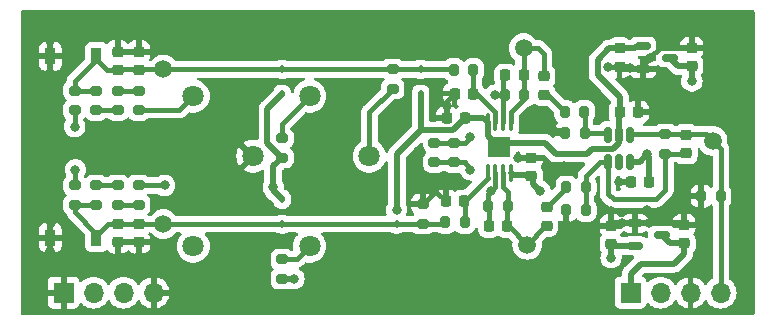
<source format=gbr>
%TF.GenerationSoftware,KiCad,Pcbnew,7.0.9*%
%TF.CreationDate,2024-10-04T13:57:53+02:00*%
%TF.ProjectId,espnow-sonda,6573706e-6f77-42d7-936f-6e64612e6b69,rev?*%
%TF.SameCoordinates,Original*%
%TF.FileFunction,Copper,L1,Top*%
%TF.FilePolarity,Positive*%
%FSLAX46Y46*%
G04 Gerber Fmt 4.6, Leading zero omitted, Abs format (unit mm)*
G04 Created by KiCad (PCBNEW 7.0.9) date 2024-10-04 13:57:53*
%MOMM*%
%LPD*%
G01*
G04 APERTURE LIST*
G04 Aperture macros list*
%AMRoundRect*
0 Rectangle with rounded corners*
0 $1 Rounding radius*
0 $2 $3 $4 $5 $6 $7 $8 $9 X,Y pos of 4 corners*
0 Add a 4 corners polygon primitive as box body*
4,1,4,$2,$3,$4,$5,$6,$7,$8,$9,$2,$3,0*
0 Add four circle primitives for the rounded corners*
1,1,$1+$1,$2,$3*
1,1,$1+$1,$4,$5*
1,1,$1+$1,$6,$7*
1,1,$1+$1,$8,$9*
0 Add four rect primitives between the rounded corners*
20,1,$1+$1,$2,$3,$4,$5,0*
20,1,$1+$1,$4,$5,$6,$7,0*
20,1,$1+$1,$6,$7,$8,$9,0*
20,1,$1+$1,$8,$9,$2,$3,0*%
G04 Aperture macros list end*
%TA.AperFunction,SMDPad,CuDef*%
%ADD10RoundRect,0.225000X0.250000X-0.225000X0.250000X0.225000X-0.250000X0.225000X-0.250000X-0.225000X0*%
%TD*%
%TA.AperFunction,SMDPad,CuDef*%
%ADD11C,1.500000*%
%TD*%
%TA.AperFunction,SMDPad,CuDef*%
%ADD12RoundRect,0.200000X-0.200000X-0.275000X0.200000X-0.275000X0.200000X0.275000X-0.200000X0.275000X0*%
%TD*%
%TA.AperFunction,ComponentPad*%
%ADD13R,1.700000X1.700000*%
%TD*%
%TA.AperFunction,ComponentPad*%
%ADD14O,1.700000X1.700000*%
%TD*%
%TA.AperFunction,SMDPad,CuDef*%
%ADD15RoundRect,0.225000X-0.250000X0.225000X-0.250000X-0.225000X0.250000X-0.225000X0.250000X0.225000X0*%
%TD*%
%TA.AperFunction,SMDPad,CuDef*%
%ADD16RoundRect,0.200000X0.275000X-0.200000X0.275000X0.200000X-0.275000X0.200000X-0.275000X-0.200000X0*%
%TD*%
%TA.AperFunction,SMDPad,CuDef*%
%ADD17RoundRect,0.218750X-0.256250X0.218750X-0.256250X-0.218750X0.256250X-0.218750X0.256250X0.218750X0*%
%TD*%
%TA.AperFunction,SMDPad,CuDef*%
%ADD18RoundRect,0.150000X-0.512500X-0.150000X0.512500X-0.150000X0.512500X0.150000X-0.512500X0.150000X0*%
%TD*%
%TA.AperFunction,SMDPad,CuDef*%
%ADD19RoundRect,0.200000X-0.275000X0.200000X-0.275000X-0.200000X0.275000X-0.200000X0.275000X0.200000X0*%
%TD*%
%TA.AperFunction,SMDPad,CuDef*%
%ADD20RoundRect,0.100000X-0.100000X0.625000X-0.100000X-0.625000X0.100000X-0.625000X0.100000X0.625000X0*%
%TD*%
%TA.AperFunction,SMDPad,CuDef*%
%ADD21R,1.880000X1.680000*%
%TD*%
%TA.AperFunction,SMDPad,CuDef*%
%ADD22RoundRect,0.225000X-0.225000X-0.250000X0.225000X-0.250000X0.225000X0.250000X-0.225000X0.250000X0*%
%TD*%
%TA.AperFunction,SMDPad,CuDef*%
%ADD23RoundRect,0.218750X0.256250X-0.218750X0.256250X0.218750X-0.256250X0.218750X-0.256250X-0.218750X0*%
%TD*%
%TA.AperFunction,SMDPad,CuDef*%
%ADD24R,0.900000X1.400000*%
%TD*%
%TA.AperFunction,SMDPad,CuDef*%
%ADD25RoundRect,0.150000X-0.150000X0.512500X-0.150000X-0.512500X0.150000X-0.512500X0.150000X0.512500X0*%
%TD*%
%TA.AperFunction,SMDPad,CuDef*%
%ADD26RoundRect,0.112500X0.112500X-0.187500X0.112500X0.187500X-0.112500X0.187500X-0.112500X-0.187500X0*%
%TD*%
%TA.AperFunction,SMDPad,CuDef*%
%ADD27RoundRect,0.200000X0.200000X0.275000X-0.200000X0.275000X-0.200000X-0.275000X0.200000X-0.275000X0*%
%TD*%
%TA.AperFunction,SMDPad,CuDef*%
%ADD28RoundRect,0.112500X-0.112500X0.187500X-0.112500X-0.187500X0.112500X-0.187500X0.112500X0.187500X0*%
%TD*%
%TA.AperFunction,SMDPad,CuDef*%
%ADD29RoundRect,0.225000X0.225000X0.250000X-0.225000X0.250000X-0.225000X-0.250000X0.225000X-0.250000X0*%
%TD*%
%TA.AperFunction,ComponentPad*%
%ADD30C,1.800000*%
%TD*%
%TA.AperFunction,ViaPad*%
%ADD31C,0.800000*%
%TD*%
%TA.AperFunction,Conductor*%
%ADD32C,0.400000*%
%TD*%
%TA.AperFunction,Conductor*%
%ADD33C,0.250000*%
%TD*%
%TA.AperFunction,Conductor*%
%ADD34C,0.500000*%
%TD*%
%TA.AperFunction,Conductor*%
%ADD35C,0.350000*%
%TD*%
G04 APERTURE END LIST*
D10*
%TO.P,C19,1,1*%
%TO.N,GND*%
X97270000Y-44805000D03*
%TO.P,C19,2,2*%
%TO.N,-4V8*%
X97270000Y-43255000D03*
%TD*%
D11*
%TO.P,TP3,1,TP*%
%TO.N,Net-(TP3-TP)*%
X89150000Y-43230000D03*
%TD*%
D12*
%TO.P,R21,1,1*%
%TO.N,Net-(L2-Pad2)*%
X92775000Y-55000000D03*
%TO.P,R21,2,2*%
%TO.N,Net-(U3--)*%
X94425000Y-55000000D03*
%TD*%
D10*
%TO.P,C6,1,1*%
%TO.N,GND*%
X56570000Y-59680000D03*
%TO.P,C6,2,2*%
%TO.N,Net-(TP2-TP)*%
X56570000Y-58130000D03*
%TD*%
D13*
%TO.P,J2,1,Pin_1*%
%TO.N,/VCC5V*%
X98200000Y-63930000D03*
D14*
%TO.P,J2,2,Pin_2*%
%TO.N,/VEE-5V*%
X100740000Y-63930000D03*
%TO.P,J2,3,Pin_3*%
%TO.N,GND*%
X103280000Y-63930000D03*
%TO.P,J2,4,Pin_4*%
%TO.N,/VOUT*%
X105820000Y-63930000D03*
%TD*%
D10*
%TO.P,C5,1,1*%
%TO.N,GND*%
X54770000Y-59680000D03*
%TO.P,C5,2,2*%
%TO.N,Net-(TP2-TP)*%
X54770000Y-58130000D03*
%TD*%
D15*
%TO.P,C15,1,1*%
%TO.N,GND*%
X96562500Y-58255000D03*
%TO.P,C15,2,2*%
%TO.N,4V8*%
X96562500Y-59805000D03*
%TD*%
D11*
%TO.P,TP1,1,TP*%
%TO.N,Net-(TP1-TP)*%
X58650000Y-45030000D03*
%TD*%
D16*
%TO.P,R8,1,1*%
%TO.N,Net-(R8-Pad1)*%
X56570000Y-48475000D03*
%TO.P,R8,2,2*%
%TO.N,Net-(R7-Pad1)*%
X56570000Y-46825000D03*
%TD*%
D17*
%TO.P,L1,1,1*%
%TO.N,Net-(TP3-TP)*%
X90870000Y-45622500D03*
%TO.P,L1,2,2*%
%TO.N,Net-(L1-Pad2)*%
X90870000Y-47197500D03*
%TD*%
D18*
%TO.P,U4,1,VO*%
%TO.N,-4V8*%
X99232500Y-43080000D03*
%TO.P,U4,2,GND*%
%TO.N,GND*%
X99232500Y-44980000D03*
%TO.P,U4,3,VI*%
%TO.N,/VEE-5V*%
X101507500Y-44030000D03*
%TD*%
D19*
%TO.P,R5,1,1*%
%TO.N,/IN_N*%
X51150000Y-54855000D03*
%TO.P,R5,2,2*%
%TO.N,Net-(TP2-TP)*%
X51150000Y-56505000D03*
%TD*%
D20*
%TO.P,U1,1*%
%TO.N,Net-(TP3-TP)*%
X88050000Y-49480000D03*
%TO.P,U1,2,-*%
%TO.N,Net-(U1A--)*%
X87400000Y-49480000D03*
%TO.P,U1,3,+*%
%TO.N,Net-(U1A-+)*%
X86750000Y-49480000D03*
%TO.P,U1,4,V-*%
%TO.N,-4V8*%
X86100000Y-49480000D03*
%TO.P,U1,5,+*%
%TO.N,Net-(U1B-+)*%
X86100000Y-53780000D03*
%TO.P,U1,6,-*%
%TO.N,Net-(U1B--)*%
X86750000Y-53780000D03*
%TO.P,U1,7*%
%TO.N,Net-(TP4-TP)*%
X87400000Y-53780000D03*
%TO.P,U1,8,V+*%
%TO.N,4V8*%
X88050000Y-53780000D03*
D21*
%TO.P,U1,9,V-*%
%TO.N,-4V8*%
X87075000Y-51630000D03*
%TD*%
D19*
%TO.P,R16,1*%
%TO.N,Net-(U1A--)*%
X81600000Y-51230000D03*
%TO.P,R16,2*%
%TO.N,Net-(U1B--)*%
X81600000Y-52880000D03*
%TD*%
D16*
%TO.P,R22,1,1*%
%TO.N,Net-(U3--)*%
X101150000Y-52180000D03*
%TO.P,R22,2,2*%
%TO.N,/VOUT*%
X101150000Y-50530000D03*
%TD*%
D15*
%TO.P,C2,1,1*%
%TO.N,GND*%
X54770000Y-43525000D03*
%TO.P,C2,2,2*%
%TO.N,Net-(TP1-TP)*%
X54770000Y-45075000D03*
%TD*%
D12*
%TO.P,R18,1,1*%
%TO.N,Net-(U1B--)*%
X86175000Y-56630000D03*
%TO.P,R18,2,2*%
%TO.N,Net-(TP4-TP)*%
X87825000Y-56630000D03*
%TD*%
D22*
%TO.P,C10,1,1*%
%TO.N,Net-(U1B--)*%
X86225000Y-58330000D03*
%TO.P,C10,2,2*%
%TO.N,Net-(TP4-TP)*%
X87775000Y-58330000D03*
%TD*%
D16*
%TO.P,R4,1,1*%
%TO.N,/IN_P*%
X51150000Y-48475000D03*
%TO.P,R4,2,2*%
%TO.N,Net-(TP1-TP)*%
X51150000Y-46825000D03*
%TD*%
D12*
%TO.P,R19,1,1*%
%TO.N,Net-(L1-Pad2)*%
X92625000Y-48600000D03*
%TO.P,R19,2,2*%
%TO.N,Net-(U3-+)*%
X94275000Y-48600000D03*
%TD*%
D23*
%TO.P,L2,1,1*%
%TO.N,Net-(TP4-TP)*%
X91100000Y-58287500D03*
%TO.P,L2,2,2*%
%TO.N,Net-(L2-Pad2)*%
X91100000Y-56712500D03*
%TD*%
D24*
%TO.P,C4,1,1*%
%TO.N,Net-(TP2-TP)*%
X52980000Y-59275000D03*
%TO.P,C4,2,2*%
%TO.N,GND*%
X49080000Y-59275000D03*
%TD*%
D11*
%TO.P,TP2,1,TP*%
%TO.N,Net-(TP2-TP)*%
X58650000Y-58130000D03*
%TD*%
D19*
%TO.P,R7,1,1*%
%TO.N,Net-(R7-Pad1)*%
X54770000Y-46825000D03*
%TO.P,R7,2,2*%
%TO.N,Net-(R6-Pad1)*%
X54770000Y-48475000D03*
%TD*%
D13*
%TO.P,J1,1,Pin_1*%
%TO.N,GND*%
X50200000Y-63930000D03*
D14*
%TO.P,J1,2,Pin_2*%
%TO.N,/IN_P*%
X52740000Y-63930000D03*
%TO.P,J1,3,Pin_3*%
%TO.N,/IN_N*%
X55280000Y-63930000D03*
%TO.P,J1,4,Pin_4*%
%TO.N,GND*%
X57820000Y-63930000D03*
%TD*%
D25*
%TO.P,U3,1*%
%TO.N,/VOUT*%
X98190000Y-50582500D03*
%TO.P,U3,2,V-*%
%TO.N,-4V8*%
X97240000Y-50582500D03*
%TO.P,U3,3,+*%
%TO.N,Net-(U3-+)*%
X96290000Y-50582500D03*
%TO.P,U3,4,-*%
%TO.N,Net-(U3--)*%
X96290000Y-52857500D03*
%TO.P,U3,5,~{DISABLE}*%
%TO.N,unconnected-(U3-~{DISABLE}-Pad5)*%
X97240000Y-52857500D03*
%TO.P,U3,6,V+*%
%TO.N,4V8*%
X98190000Y-52857500D03*
%TD*%
D16*
%TO.P,R26,1,1*%
%TO.N,Net-(R2-Pad2)*%
X78075000Y-46675000D03*
%TO.P,R26,2,2*%
%TO.N,Net-(TP1-TP)*%
X78075000Y-45025000D03*
%TD*%
D10*
%TO.P,C11,1,1*%
%TO.N,Net-(U3--)*%
X102900000Y-52130000D03*
%TO.P,C11,2,2*%
%TO.N,/VOUT*%
X102900000Y-50580000D03*
%TD*%
D19*
%TO.P,R10,1,1*%
%TO.N,Net-(R10-Pad1)*%
X56570000Y-54855000D03*
%TO.P,R10,2,2*%
%TO.N,Net-(R10-Pad2)*%
X56570000Y-56505000D03*
%TD*%
D16*
%TO.P,R11,1,1*%
%TO.N,Net-(R10-Pad2)*%
X54770000Y-56505000D03*
%TO.P,R11,2,2*%
%TO.N,Net-(R11-Pad2)*%
X54770000Y-54855000D03*
%TD*%
D19*
%TO.P,R15,1*%
%TO.N,Net-(U1A--)*%
X83250000Y-51230000D03*
%TO.P,R15,2*%
%TO.N,Net-(U1B--)*%
X83250000Y-52880000D03*
%TD*%
D26*
%TO.P,D1,1,1*%
%TO.N,4V8*%
X68700000Y-47130000D03*
%TO.P,D1,2,2*%
%TO.N,Net-(TP1-TP)*%
X68700000Y-45030000D03*
%TD*%
D11*
%TO.P,TP4,1,TP*%
%TO.N,Net-(TP4-TP)*%
X89450000Y-59880000D03*
%TD*%
D16*
%TO.P,R6,1,1*%
%TO.N,Net-(R6-Pad1)*%
X52950000Y-48475000D03*
%TO.P,R6,2,2*%
%TO.N,Net-(TP1-TP)*%
X52950000Y-46825000D03*
%TD*%
D15*
%TO.P,C14,1,1*%
%TO.N,GND*%
X102737500Y-58205000D03*
%TO.P,C14,2,2*%
%TO.N,/VCC5V*%
X102737500Y-59755000D03*
%TD*%
D16*
%TO.P,R1,1,1*%
%TO.N,4V8*%
X68700000Y-52505000D03*
%TO.P,R1,2,2*%
%TO.N,Net-(R1-Pad2)*%
X68700000Y-50855000D03*
%TD*%
D22*
%TO.P,C9,1,1*%
%TO.N,Net-(U1A--)*%
X87600000Y-45530000D03*
%TO.P,C9,2,2*%
%TO.N,Net-(TP3-TP)*%
X89150000Y-45530000D03*
%TD*%
D19*
%TO.P,R25,1,1*%
%TO.N,GND*%
X80600000Y-56450000D03*
%TO.P,R25,2,2*%
%TO.N,Net-(TP2-TP)*%
X80600000Y-58100000D03*
%TD*%
D12*
%TO.P,R24,1,1*%
%TO.N,GND*%
X92775000Y-56950000D03*
%TO.P,R24,2,2*%
%TO.N,Net-(U3--)*%
X94425000Y-56950000D03*
%TD*%
D19*
%TO.P,R3,1,1*%
%TO.N,Net-(R2-Pad1)*%
X68700000Y-61105000D03*
%TO.P,R3,2,2*%
%TO.N,-4V8*%
X68700000Y-62755000D03*
%TD*%
D27*
%TO.P,R20,1,1*%
%TO.N,Net-(U3-+)*%
X94325000Y-50450000D03*
%TO.P,R20,2,2*%
%TO.N,GND*%
X92675000Y-50450000D03*
%TD*%
D19*
%TO.P,R12,1,1*%
%TO.N,Net-(R11-Pad2)*%
X52950000Y-54855000D03*
%TO.P,R12,2,2*%
%TO.N,Net-(TP2-TP)*%
X52950000Y-56505000D03*
%TD*%
D12*
%TO.P,R17,1,1*%
%TO.N,Net-(U1A--)*%
X87562500Y-47230000D03*
%TO.P,R17,2,2*%
%TO.N,Net-(TP3-TP)*%
X89212500Y-47230000D03*
%TD*%
D18*
%TO.P,U2,1,GND*%
%TO.N,GND*%
X98562500Y-58080000D03*
%TO.P,U2,2,VO*%
%TO.N,4V8*%
X98562500Y-59980000D03*
%TO.P,U2,3,VI*%
%TO.N,/VCC5V*%
X100837500Y-59030000D03*
%TD*%
D12*
%TO.P,R14,1,1*%
%TO.N,Net-(TP2-TP)*%
X82525000Y-57980000D03*
%TO.P,R14,2,2*%
%TO.N,Net-(U1B-+)*%
X84175000Y-57980000D03*
%TD*%
D26*
%TO.P,D4,1,1*%
%TO.N,Net-(TP2-TP)*%
X78400000Y-58130000D03*
%TO.P,D4,2,2*%
%TO.N,-4V8*%
X78400000Y-56030000D03*
%TD*%
D28*
%TO.P,D3,1,1*%
%TO.N,4V8*%
X68700000Y-56030000D03*
%TO.P,D3,2,2*%
%TO.N,Net-(TP2-TP)*%
X68700000Y-58130000D03*
%TD*%
D29*
%TO.P,C13,1,1*%
%TO.N,GND*%
X98840000Y-48657500D03*
%TO.P,C13,2,2*%
%TO.N,-4V8*%
X97290000Y-48657500D03*
%TD*%
D22*
%TO.P,C8,1,1*%
%TO.N,GND*%
X82575000Y-56180000D03*
%TO.P,C8,2,2*%
%TO.N,Net-(U1B-+)*%
X84125000Y-56180000D03*
%TD*%
D15*
%TO.P,C3,1,1*%
%TO.N,GND*%
X56570000Y-43525000D03*
%TO.P,C3,2,2*%
%TO.N,Net-(TP1-TP)*%
X56570000Y-45075000D03*
%TD*%
D12*
%TO.P,R23,1,1*%
%TO.N,GND*%
X104200000Y-55767500D03*
%TO.P,R23,2,2*%
%TO.N,/VOUT*%
X105850000Y-55767500D03*
%TD*%
D24*
%TO.P,C1,1,1*%
%TO.N,Net-(TP1-TP)*%
X52980000Y-43930000D03*
%TO.P,C1,2,2*%
%TO.N,GND*%
X49080000Y-43930000D03*
%TD*%
D22*
%TO.P,C17,1,1*%
%TO.N,GND*%
X82675000Y-49130000D03*
%TO.P,C17,2,2*%
%TO.N,-4V8*%
X84225000Y-49130000D03*
%TD*%
D28*
%TO.P,D2,1,1*%
%TO.N,Net-(TP1-TP)*%
X80425000Y-45025000D03*
%TO.P,D2,2,2*%
%TO.N,-4V8*%
X80425000Y-47125000D03*
%TD*%
D22*
%TO.P,C12,1,1*%
%TO.N,GND*%
X98240000Y-54582500D03*
%TO.P,C12,2,2*%
%TO.N,4V8*%
X99790000Y-54582500D03*
%TD*%
D30*
%TO.P,R9,1,1*%
%TO.N,Net-(R10-Pad1)*%
X61175000Y-60005000D03*
%TO.P,R9,2,2*%
%TO.N,GND*%
X66235000Y-52385000D03*
%TO.P,R9,3,3*%
%TO.N,Net-(R8-Pad1)*%
X61175000Y-47305000D03*
%TD*%
D22*
%TO.P,C7,1,1*%
%TO.N,GND*%
X83300000Y-47075000D03*
%TO.P,C7,2,2*%
%TO.N,Net-(U1A-+)*%
X84850000Y-47075000D03*
%TD*%
D15*
%TO.P,C18,1,1*%
%TO.N,GND*%
X103395000Y-43205000D03*
%TO.P,C18,2,2*%
%TO.N,/VEE-5V*%
X103395000Y-44755000D03*
%TD*%
D12*
%TO.P,R13,1,1*%
%TO.N,Net-(TP1-TP)*%
X83250000Y-45075000D03*
%TO.P,R13,2,2*%
%TO.N,Net-(U1A-+)*%
X84900000Y-45075000D03*
%TD*%
D15*
%TO.P,C16,1,1*%
%TO.N,GND*%
X89800000Y-52525000D03*
%TO.P,C16,2,2*%
%TO.N,4V8*%
X89800000Y-54075000D03*
%TD*%
D30*
%TO.P,R2,1,1*%
%TO.N,Net-(R2-Pad1)*%
X71025000Y-60005000D03*
%TO.P,R2,2,2*%
%TO.N,Net-(R2-Pad2)*%
X76085000Y-52385000D03*
%TO.P,R2,3,3*%
%TO.N,Net-(R1-Pad2)*%
X71025000Y-47305000D03*
%TD*%
D11*
%TO.P,TP5,1,TP*%
%TO.N,/VOUT*%
X105150000Y-51080000D03*
%TD*%
D31*
%TO.N,GND*%
X58650000Y-43130000D03*
X96275000Y-44850000D03*
X78825000Y-48375000D03*
X97200000Y-54582500D03*
X104237500Y-58580000D03*
X51150000Y-42530000D03*
X95650000Y-62430000D03*
X49100000Y-47780000D03*
X97500000Y-58050000D03*
X99875000Y-44050000D03*
X72500000Y-56730000D03*
X68700000Y-43580000D03*
X87100000Y-59630000D03*
X85550000Y-63000000D03*
X100050000Y-48650000D03*
X95650000Y-48780000D03*
X57750000Y-59650000D03*
X94400000Y-59380000D03*
X107350000Y-61330000D03*
X81500000Y-55375000D03*
X68700000Y-59530000D03*
X99750000Y-58050000D03*
X104200000Y-54500000D03*
X49100000Y-58000000D03*
X58850000Y-51730000D03*
X91520000Y-49980000D03*
X52950000Y-51730000D03*
X92550000Y-53200000D03*
X88700000Y-52500000D03*
X104400000Y-49130000D03*
X67300000Y-64280000D03*
X82650000Y-48150000D03*
X87050000Y-44030000D03*
X49050000Y-60450000D03*
X49050000Y-42650000D03*
X107250000Y-50980000D03*
X49050000Y-45300000D03*
X99600000Y-56900000D03*
X48700000Y-51980000D03*
X79250000Y-43675000D03*
X80200000Y-51930000D03*
X75500000Y-46725000D03*
X104720000Y-43555000D03*
X92750000Y-58100000D03*
X98150000Y-44950000D03*
X96550000Y-57030000D03*
X83350000Y-59430000D03*
X56600000Y-60800000D03*
%TO.N,4V8*%
X90550000Y-55330000D03*
X99600000Y-52230000D03*
X67950000Y-55000000D03*
X96550000Y-60980000D03*
%TO.N,-4V8*%
X69700000Y-62750000D03*
X78400000Y-56900000D03*
%TO.N,/VEE-5V*%
X103400000Y-46030000D03*
%TO.N,/IN_P*%
X51150000Y-49880000D03*
%TO.N,/IN_N*%
X51200000Y-53530000D03*
%TO.N,Net-(R10-Pad1)*%
X58750000Y-54855000D03*
%TO.N,Net-(U1A--)*%
X84650000Y-50780000D03*
X86700000Y-47230000D03*
%TO.N,Net-(U1B--)*%
X84650000Y-53530000D03*
X86400000Y-55330000D03*
%TD*%
D32*
%TO.N,GND*%
X81500000Y-55375000D02*
X81770000Y-55375000D01*
D33*
X104720000Y-43555000D02*
X104770000Y-43555000D01*
D32*
X99232500Y-44980000D02*
X97445000Y-44980000D01*
D34*
X99720000Y-58080000D02*
X99750000Y-58050000D01*
D32*
X99875000Y-44050000D02*
X99875000Y-44000000D01*
X92775000Y-58075000D02*
X92750000Y-58100000D01*
X97200000Y-54582500D02*
X98240000Y-54582500D01*
D33*
X96737500Y-58080000D02*
X96562500Y-58255000D01*
D34*
X96562500Y-58255000D02*
X96562500Y-57042500D01*
D32*
X99825000Y-44050000D02*
X99875000Y-44050000D01*
D34*
X97500000Y-58050000D02*
X97470000Y-58080000D01*
D33*
X104770000Y-43555000D02*
X104720000Y-43505000D01*
X104720000Y-43505000D02*
X104720000Y-43555000D01*
D32*
X81500000Y-55550000D02*
X80600000Y-56450000D01*
X99875000Y-44000000D02*
X100670000Y-43205000D01*
D34*
X97530000Y-58080000D02*
X97500000Y-58050000D01*
X98562500Y-58080000D02*
X99720000Y-58080000D01*
D33*
X56400000Y-59680000D02*
X54500000Y-59680000D01*
D32*
X83300000Y-47075000D02*
X82625000Y-47750000D01*
D34*
X97470000Y-58080000D02*
X96737500Y-58080000D01*
D32*
X97445000Y-44980000D02*
X97270000Y-44805000D01*
D33*
X96939500Y-54582500D02*
X96915000Y-54558000D01*
X82625000Y-49080000D02*
X82675000Y-49130000D01*
D34*
X103862500Y-58205000D02*
X104237500Y-58580000D01*
X98562500Y-58080000D02*
X97530000Y-58080000D01*
D32*
X99232500Y-44980000D02*
X99232500Y-44642500D01*
X88700000Y-52500000D02*
X89775000Y-52500000D01*
X91700000Y-50150000D02*
X91500000Y-49950000D01*
D33*
X103270000Y-43080000D02*
X103370000Y-43180000D01*
D34*
X99750000Y-58050000D02*
X99780000Y-58080000D01*
D32*
X100670000Y-43205000D02*
X103395000Y-43205000D01*
X100042500Y-48657500D02*
X100050000Y-48650000D01*
D33*
X96562500Y-57042500D02*
X96550000Y-57030000D01*
X104237500Y-58580000D02*
X104187500Y-58530000D01*
D32*
X96320000Y-44805000D02*
X96275000Y-44850000D01*
D33*
X56570000Y-43525000D02*
X54770000Y-43525000D01*
X97200000Y-54582500D02*
X96939500Y-54582500D01*
X90135000Y-52455000D02*
X89975000Y-52455000D01*
D32*
X89775000Y-52500000D02*
X89800000Y-52525000D01*
D34*
X104420000Y-43205000D02*
X104720000Y-43505000D01*
D32*
X92775000Y-56950000D02*
X92775000Y-58075000D01*
X98840000Y-48657500D02*
X100042500Y-48657500D01*
X81770000Y-55375000D02*
X82575000Y-56180000D01*
X97270000Y-44805000D02*
X96320000Y-44805000D01*
D34*
X99780000Y-58080000D02*
X102612500Y-58080000D01*
D33*
X102612500Y-58080000D02*
X102737500Y-58205000D01*
D32*
X92675000Y-50450000D02*
X92675000Y-50325000D01*
X81500000Y-55375000D02*
X81500000Y-55550000D01*
D34*
X102737500Y-58205000D02*
X103862500Y-58205000D01*
D32*
X92440000Y-50180000D02*
X91640000Y-50180000D01*
X82625000Y-47750000D02*
X82625000Y-49080000D01*
X99232500Y-44642500D02*
X99825000Y-44050000D01*
D34*
X103395000Y-43205000D02*
X104420000Y-43205000D01*
%TO.N,/VCC5V*%
X98200000Y-63930000D02*
X98200000Y-62330000D01*
X101562500Y-59755000D02*
X100837500Y-59030000D01*
X102712500Y-59780000D02*
X102737500Y-59755000D01*
X101900000Y-61480000D02*
X102737500Y-60642500D01*
X99050000Y-61480000D02*
X101900000Y-61480000D01*
X102737500Y-59755000D02*
X101562500Y-59755000D01*
X98200000Y-62330000D02*
X99050000Y-61480000D01*
X102737500Y-60642500D02*
X102737500Y-59755000D01*
%TO.N,4V8*%
X99790000Y-52420000D02*
X99790000Y-54582500D01*
X89975000Y-54005000D02*
X88275000Y-54005000D01*
X96550000Y-60680000D02*
X96562500Y-60667500D01*
X67950000Y-55000000D02*
X67950000Y-53255000D01*
X99600000Y-52230000D02*
X99790000Y-52420000D01*
X67950000Y-55280000D02*
X68700000Y-56030000D01*
X67460000Y-51265000D02*
X68700000Y-52505000D01*
X99600000Y-52230000D02*
X98972500Y-52857500D01*
X68700000Y-52505000D02*
X68700000Y-52530000D01*
X67950000Y-53255000D02*
X68700000Y-52505000D01*
X98562500Y-59980000D02*
X96737500Y-59980000D01*
X68700000Y-47130000D02*
X67460000Y-48370000D01*
X96562500Y-60667500D02*
X96562500Y-59805000D01*
X88275000Y-54005000D02*
X88050000Y-53780000D01*
X98972500Y-52857500D02*
X98190000Y-52857500D01*
X90550000Y-55330000D02*
X90400000Y-55180000D01*
X96550000Y-60980000D02*
X96550000Y-60680000D01*
X96737500Y-59980000D02*
X96562500Y-59805000D01*
X67460000Y-48370000D02*
X67460000Y-51265000D01*
X89975000Y-54755000D02*
X90550000Y-55330000D01*
X67950000Y-55000000D02*
X67950000Y-55280000D01*
X89975000Y-54005000D02*
X89975000Y-54755000D01*
%TO.N,-4V8*%
X90940000Y-51230000D02*
X87475000Y-51230000D01*
X80425000Y-50200000D02*
X83155000Y-50200000D01*
X96739999Y-51745000D02*
X94935000Y-51745000D01*
X69695000Y-62755000D02*
X68700000Y-62755000D01*
X96370000Y-43255000D02*
X98545000Y-43255000D01*
X78400000Y-52225000D02*
X80425000Y-50200000D01*
X86100000Y-50655000D02*
X87075000Y-51630000D01*
X97240000Y-51244999D02*
X96739999Y-51745000D01*
X84225000Y-49130000D02*
X85750000Y-49130000D01*
D33*
X97445000Y-43080000D02*
X97270000Y-43255000D01*
X99195000Y-43055000D02*
X99220000Y-43080000D01*
D34*
X97270000Y-48637500D02*
X97290000Y-48657500D01*
X83155000Y-50200000D02*
X84225000Y-49130000D01*
X98545000Y-43255000D02*
X98720000Y-43080000D01*
X98720000Y-43080000D02*
X99232500Y-43080000D01*
X91870000Y-52160000D02*
X90940000Y-51230000D01*
X97240000Y-50582500D02*
X97240000Y-51244999D01*
X78400000Y-56900000D02*
X78400000Y-52430000D01*
X86100000Y-49480000D02*
X86100000Y-50655000D01*
X87115000Y-51590000D02*
X87075000Y-51630000D01*
X94935000Y-51745000D02*
X94520000Y-52160000D01*
X94520000Y-52160000D02*
X91870000Y-52160000D01*
X97240000Y-48707500D02*
X97290000Y-48657500D01*
X87475000Y-51230000D02*
X87075000Y-51630000D01*
X95425000Y-44200000D02*
X96370000Y-43255000D01*
X97240000Y-50582500D02*
X97240000Y-48707500D01*
X78400000Y-53280000D02*
X78400000Y-52430000D01*
X78400000Y-52430000D02*
X78400000Y-52225000D01*
X97290000Y-47365000D02*
X95425000Y-45500000D01*
X95425000Y-45500000D02*
X95425000Y-44200000D01*
X97290000Y-48657500D02*
X97290000Y-47365000D01*
X80425000Y-47125000D02*
X80425000Y-50200000D01*
X85750000Y-49130000D02*
X86100000Y-49480000D01*
X69700000Y-62750000D02*
X69695000Y-62755000D01*
X78400000Y-56030000D02*
X78400000Y-53280000D01*
D32*
%TO.N,Net-(TP1-TP)*%
X54770000Y-45025000D02*
X56570000Y-45025000D01*
X58650000Y-45030000D02*
X56615000Y-45030000D01*
X51150000Y-46825000D02*
X52950000Y-46825000D01*
X52980000Y-43930000D02*
X52850000Y-43930000D01*
X58650000Y-45030000D02*
X68700000Y-45030000D01*
X52980000Y-44200000D02*
X52980000Y-43930000D01*
X79650000Y-45030000D02*
X83205000Y-45030000D01*
X51150000Y-46030000D02*
X52980000Y-44200000D01*
X54770000Y-45075000D02*
X53895000Y-45075000D01*
X53895000Y-45075000D02*
X52980000Y-44160000D01*
X68700000Y-45030000D02*
X79650000Y-45030000D01*
X54720000Y-45125000D02*
X54770000Y-45075000D01*
X51150000Y-46825000D02*
X51150000Y-46030000D01*
X56615000Y-45030000D02*
X56570000Y-45075000D01*
X52980000Y-44160000D02*
X52980000Y-43930000D01*
X83205000Y-45030000D02*
X83250000Y-45075000D01*
X72400000Y-45030000D02*
X76085000Y-45030000D01*
D34*
%TO.N,/VEE-5V*%
X103400000Y-46030000D02*
X103395000Y-46035000D01*
X103395000Y-46025000D02*
X103400000Y-46030000D01*
X102232500Y-44755000D02*
X101507500Y-44030000D01*
X103395000Y-44755000D02*
X102232500Y-44755000D01*
X103395000Y-44755000D02*
X103395000Y-46025000D01*
D32*
%TO.N,Net-(TP2-TP)*%
X82375000Y-58130000D02*
X78400000Y-58130000D01*
X51150000Y-57130000D02*
X52980000Y-58960000D01*
X54475000Y-58155000D02*
X54500000Y-58130000D01*
D35*
X56400000Y-58130000D02*
X56250000Y-58130000D01*
D32*
X52980000Y-58960000D02*
X52980000Y-59275000D01*
X51150000Y-56505000D02*
X52950000Y-56505000D01*
X53922500Y-58130000D02*
X52777500Y-59275000D01*
X51150000Y-56505000D02*
X51150000Y-57130000D01*
X82525000Y-57980000D02*
X82375000Y-58130000D01*
X54500000Y-58130000D02*
X53922500Y-58130000D01*
X78400000Y-58130000D02*
X54500000Y-58130000D01*
%TO.N,/VOUT*%
X105850000Y-55767500D02*
X105850000Y-63900000D01*
X105850000Y-51780000D02*
X105850000Y-51992500D01*
X104600000Y-50530000D02*
X105150000Y-51080000D01*
X105150000Y-51080000D02*
X105850000Y-51780000D01*
X105850000Y-63900000D02*
X105820000Y-63930000D01*
X101150000Y-50530000D02*
X104600000Y-50530000D01*
X98190000Y-50582500D02*
X98242500Y-50530000D01*
X98242500Y-50530000D02*
X101150000Y-50530000D01*
X105850000Y-51992500D02*
X105850000Y-55767500D01*
%TO.N,Net-(TP4-TP)*%
X89450000Y-59880000D02*
X91000000Y-58330000D01*
X87900000Y-58330000D02*
X89450000Y-59880000D01*
X87400000Y-53780000D02*
X87400000Y-54980000D01*
X91000000Y-58330000D02*
X91000000Y-58287500D01*
X87400000Y-54980000D02*
X87825000Y-55405000D01*
D33*
X91232500Y-58492500D02*
X91232500Y-58340000D01*
D32*
X87825000Y-55405000D02*
X87825000Y-56630000D01*
X87775000Y-58330000D02*
X87900000Y-58330000D01*
X87775000Y-58330000D02*
X87775000Y-56680000D01*
X87775000Y-56680000D02*
X87825000Y-56630000D01*
%TO.N,/IN_P*%
X51150000Y-48475000D02*
X51150000Y-49880000D01*
%TO.N,/IN_N*%
X51150000Y-54855000D02*
X51150000Y-53580000D01*
X51150000Y-53580000D02*
X51200000Y-53530000D01*
%TO.N,Net-(L1-Pad2)*%
X90870000Y-47197500D02*
X91222500Y-47197500D01*
X91222500Y-47197500D02*
X92625000Y-48600000D01*
%TO.N,Net-(L2-Pad2)*%
X91100000Y-56712500D02*
X92525000Y-55287500D01*
%TO.N,Net-(R6-Pad1)*%
X52950000Y-48475000D02*
X54770000Y-48475000D01*
%TO.N,Net-(R10-Pad2)*%
X54770000Y-56505000D02*
X56570000Y-56505000D01*
%TO.N,Net-(R10-Pad1)*%
X58750000Y-54855000D02*
X56570000Y-54855000D01*
%TO.N,Net-(U1A-+)*%
X84900000Y-47025000D02*
X84850000Y-47075000D01*
X85225000Y-47075000D02*
X86750000Y-48600000D01*
X84900000Y-45075000D02*
X84900000Y-47025000D01*
X86750000Y-48600000D02*
X86750000Y-49480000D01*
X84850000Y-47075000D02*
X85225000Y-47075000D01*
D33*
%TO.N,Net-(U1B-+)*%
X86100000Y-53780000D02*
X86100000Y-54250000D01*
D32*
X86100000Y-54250000D02*
X84170000Y-56180000D01*
D33*
X84170000Y-56180000D02*
X84125000Y-56180000D01*
D32*
X84175000Y-57980000D02*
X84175000Y-56230000D01*
%TO.N,Net-(U1A--)*%
X84650000Y-50780000D02*
X84425000Y-51005000D01*
X87400000Y-49480000D02*
X87400000Y-45730000D01*
X86700000Y-47230000D02*
X87562500Y-47230000D01*
X83250000Y-51230000D02*
X84200000Y-51230000D01*
X84200000Y-51230000D02*
X84650000Y-50780000D01*
X87400000Y-45730000D02*
X87600000Y-45530000D01*
X81600000Y-51230000D02*
X83250000Y-51230000D01*
%TO.N,Net-(TP3-TP)*%
X88050000Y-48630000D02*
X89150000Y-47530000D01*
X89150000Y-47530000D02*
X89150000Y-45530000D01*
X88050000Y-49480000D02*
X88050000Y-48630000D01*
X90870000Y-43740000D02*
X90870000Y-45622500D01*
X90360000Y-43230000D02*
X90870000Y-43740000D01*
X89150000Y-45530000D02*
X89150000Y-43230000D01*
X89150000Y-43230000D02*
X90360000Y-43230000D01*
%TO.N,Net-(U1B--)*%
X86225000Y-56680000D02*
X86175000Y-56630000D01*
X83250000Y-52880000D02*
X84150000Y-52880000D01*
X86750000Y-53780000D02*
X86750000Y-54980000D01*
X86175000Y-55555000D02*
X86400000Y-55330000D01*
X86175000Y-56630000D02*
X86175000Y-55555000D01*
X84150000Y-52880000D02*
X84650000Y-53530000D01*
X86450000Y-55280000D02*
X86400000Y-55330000D01*
X86225000Y-58330000D02*
X86225000Y-56680000D01*
X86750000Y-54980000D02*
X86450000Y-55280000D01*
X81600000Y-52880000D02*
X83250000Y-52880000D01*
%TO.N,Net-(U3-+)*%
X96250000Y-50622500D02*
X96290000Y-50582500D01*
X96157500Y-50450000D02*
X96290000Y-50582500D01*
X94325000Y-50450000D02*
X94325000Y-48650000D01*
X94325000Y-50450000D02*
X96157500Y-50450000D01*
X94325000Y-48650000D02*
X94275000Y-48600000D01*
%TO.N,Net-(U3--)*%
X102850000Y-52180000D02*
X102900000Y-52130000D01*
X96215000Y-52932500D02*
X96300000Y-53017500D01*
X96300000Y-53017500D02*
X96300000Y-55567500D01*
X94425000Y-56950000D02*
X94425000Y-54025000D01*
X101150000Y-55230000D02*
X101150000Y-52180000D01*
X94425000Y-54025000D02*
X95592500Y-52857500D01*
X100350000Y-56030000D02*
X101150000Y-55230000D01*
X96300000Y-55567500D02*
X96762500Y-56030000D01*
X96762500Y-56030000D02*
X100350000Y-56030000D01*
X101150000Y-52180000D02*
X102850000Y-52180000D01*
X95592500Y-52857500D02*
X96290000Y-52857500D01*
%TO.N,Net-(R1-Pad2)*%
X68700000Y-50855000D02*
X68700000Y-49630000D01*
X68700000Y-49630000D02*
X71025000Y-47305000D01*
%TO.N,Net-(R2-Pad1)*%
X69925000Y-61105000D02*
X71025000Y-60005000D01*
X68700000Y-61105000D02*
X69925000Y-61105000D01*
%TO.N,Net-(R7-Pad1)*%
X54770000Y-46825000D02*
X56570000Y-46825000D01*
%TO.N,Net-(R8-Pad1)*%
X56570000Y-48475000D02*
X60005000Y-48475000D01*
X60005000Y-48475000D02*
X61175000Y-47305000D01*
%TO.N,Net-(R11-Pad2)*%
X52950000Y-54855000D02*
X54770000Y-54855000D01*
%TO.N,Net-(R2-Pad2)*%
X78050000Y-46675000D02*
X76085000Y-48640000D01*
X76085000Y-48640000D02*
X76085000Y-52385000D01*
X78075000Y-46675000D02*
X78050000Y-46675000D01*
%TD*%
%TA.AperFunction,Conductor*%
%TO.N,GND*%
G36*
X80543834Y-51245047D02*
G01*
X80599767Y-51286919D01*
X80624184Y-51352383D01*
X80624500Y-51361229D01*
X80624500Y-51486616D01*
X80626423Y-51507778D01*
X80630913Y-51557192D01*
X80630913Y-51557194D01*
X80630914Y-51557196D01*
X80681522Y-51719606D01*
X80759785Y-51849069D01*
X80769530Y-51865188D01*
X80871661Y-51967319D01*
X80905146Y-52028642D01*
X80900162Y-52098334D01*
X80871661Y-52142681D01*
X80769531Y-52244810D01*
X80769530Y-52244811D01*
X80681522Y-52390393D01*
X80630913Y-52552807D01*
X80625782Y-52609275D01*
X80624500Y-52623384D01*
X80624500Y-53136616D01*
X80624825Y-53140188D01*
X80630913Y-53207192D01*
X80630913Y-53207194D01*
X80630914Y-53207196D01*
X80681522Y-53369606D01*
X80725176Y-53441819D01*
X80769530Y-53515188D01*
X80889811Y-53635469D01*
X80889813Y-53635470D01*
X80889815Y-53635472D01*
X81035394Y-53723478D01*
X81197804Y-53774086D01*
X81268384Y-53780500D01*
X81268387Y-53780500D01*
X81931613Y-53780500D01*
X81931616Y-53780500D01*
X82002196Y-53774086D01*
X82164606Y-53723478D01*
X82310185Y-53635472D01*
X82315259Y-53630398D01*
X82328839Y-53616819D01*
X82390162Y-53583334D01*
X82416520Y-53580500D01*
X82433480Y-53580500D01*
X82500519Y-53600185D01*
X82521161Y-53616819D01*
X82539811Y-53635469D01*
X82539813Y-53635470D01*
X82539815Y-53635472D01*
X82685394Y-53723478D01*
X82847804Y-53774086D01*
X82918384Y-53780500D01*
X82918387Y-53780500D01*
X83581613Y-53780500D01*
X83581616Y-53780500D01*
X83652196Y-53774086D01*
X83653515Y-53773674D01*
X83654330Y-53773661D01*
X83658631Y-53772806D01*
X83658786Y-53773587D01*
X83723372Y-53772516D01*
X83782768Y-53809310D01*
X83808345Y-53853736D01*
X83822817Y-53898274D01*
X83822821Y-53898284D01*
X83917467Y-54062216D01*
X84014093Y-54169530D01*
X84044129Y-54202888D01*
X84197265Y-54314148D01*
X84197270Y-54314151D01*
X84370192Y-54391142D01*
X84370197Y-54391144D01*
X84555354Y-54430500D01*
X84555355Y-54430500D01*
X84629480Y-54430500D01*
X84696519Y-54450185D01*
X84742274Y-54502989D01*
X84752218Y-54572147D01*
X84723193Y-54635703D01*
X84717161Y-54642181D01*
X84191160Y-55168181D01*
X84129837Y-55201666D01*
X84103479Y-55204500D01*
X83851663Y-55204500D01*
X83851644Y-55204501D01*
X83752292Y-55214650D01*
X83752289Y-55214651D01*
X83591305Y-55267996D01*
X83591294Y-55268001D01*
X83446959Y-55357029D01*
X83446953Y-55357033D01*
X83437324Y-55366663D01*
X83376000Y-55400146D01*
X83306308Y-55395159D01*
X83261965Y-55366660D01*
X83252732Y-55357427D01*
X83252728Y-55357424D01*
X83108492Y-55268457D01*
X83108481Y-55268452D01*
X82947606Y-55215144D01*
X82848322Y-55205000D01*
X82825000Y-55205000D01*
X82825000Y-56306000D01*
X82805315Y-56373039D01*
X82752511Y-56418794D01*
X82701000Y-56430000D01*
X82449000Y-56430000D01*
X82381961Y-56410315D01*
X82336206Y-56357511D01*
X82325000Y-56306000D01*
X82325000Y-55204999D01*
X82301693Y-55205000D01*
X82301674Y-55205001D01*
X82202392Y-55215144D01*
X82041518Y-55268452D01*
X82041507Y-55268457D01*
X81897271Y-55357424D01*
X81897267Y-55357427D01*
X81777427Y-55477267D01*
X81777424Y-55477271D01*
X81688457Y-55621507D01*
X81688453Y-55621516D01*
X81639191Y-55770178D01*
X81599418Y-55827622D01*
X81534902Y-55854445D01*
X81466126Y-55842130D01*
X81433804Y-55818854D01*
X81309877Y-55694927D01*
X81164395Y-55606980D01*
X81164396Y-55606980D01*
X81002105Y-55556409D01*
X81002106Y-55556409D01*
X80931572Y-55550000D01*
X80850000Y-55550000D01*
X80850000Y-56576000D01*
X80830315Y-56643039D01*
X80777511Y-56688794D01*
X80726000Y-56700000D01*
X79625001Y-56700000D01*
X79625001Y-56706582D01*
X79631408Y-56777102D01*
X79631409Y-56777107D01*
X79681981Y-56939396D01*
X79769927Y-57084877D01*
X79872015Y-57186965D01*
X79905500Y-57248288D01*
X79900516Y-57317980D01*
X79872018Y-57362325D01*
X79841161Y-57393181D01*
X79779841Y-57426666D01*
X79753481Y-57429500D01*
X79345468Y-57429500D01*
X79278429Y-57409815D01*
X79232674Y-57357011D01*
X79222730Y-57287853D01*
X79227537Y-57267182D01*
X79231495Y-57255000D01*
X79285674Y-57088256D01*
X79305460Y-56900000D01*
X79285674Y-56711744D01*
X79227179Y-56531716D01*
X79206231Y-56495432D01*
X79167113Y-56427677D01*
X79150500Y-56365677D01*
X79150500Y-56200000D01*
X79625000Y-56200000D01*
X80350000Y-56200000D01*
X80350000Y-55550000D01*
X80349999Y-55549999D01*
X80268417Y-55550000D01*
X80197897Y-55556408D01*
X80197892Y-55556409D01*
X80035603Y-55606981D01*
X79890122Y-55694927D01*
X79769927Y-55815122D01*
X79681980Y-55960604D01*
X79631409Y-56122893D01*
X79625000Y-56193427D01*
X79625000Y-56200000D01*
X79150500Y-56200000D01*
X79150500Y-52587229D01*
X79170185Y-52520190D01*
X79186819Y-52499548D01*
X80412819Y-51273548D01*
X80474142Y-51240063D01*
X80543834Y-51245047D01*
G37*
%TD.AperFunction*%
%TA.AperFunction,Conductor*%
G36*
X97249937Y-54040185D02*
G01*
X97295692Y-54092989D01*
X97305636Y-54162147D01*
X97300605Y-54183500D01*
X97300144Y-54184889D01*
X97300144Y-54184891D01*
X97290000Y-54284177D01*
X97290000Y-54332500D01*
X98366000Y-54332500D01*
X98433039Y-54352185D01*
X98478794Y-54404989D01*
X98490000Y-54456500D01*
X98490000Y-54708500D01*
X98470315Y-54775539D01*
X98417511Y-54821294D01*
X98366000Y-54832500D01*
X97290001Y-54832500D01*
X97290001Y-54880822D01*
X97300144Y-54980107D01*
X97353452Y-55140981D01*
X97356507Y-55147532D01*
X97355211Y-55148136D01*
X97371535Y-55207798D01*
X97350611Y-55274461D01*
X97296968Y-55319230D01*
X97247556Y-55329500D01*
X97124500Y-55329500D01*
X97057461Y-55309815D01*
X97011706Y-55257011D01*
X97000500Y-55205500D01*
X97000500Y-54144500D01*
X97020185Y-54077461D01*
X97072989Y-54031706D01*
X97124500Y-54020500D01*
X97182898Y-54020500D01*
X97249937Y-54040185D01*
G37*
%TD.AperFunction*%
%TA.AperFunction,Conductor*%
G36*
X88787423Y-52000185D02*
G01*
X88833178Y-52052989D01*
X88843122Y-52122147D01*
X88838089Y-52143507D01*
X88835143Y-52152393D01*
X88825000Y-52251677D01*
X88825000Y-52275000D01*
X90786108Y-52275000D01*
X90822954Y-52254879D01*
X90892646Y-52259862D01*
X90936996Y-52288364D01*
X91294269Y-52645637D01*
X91306049Y-52659268D01*
X91320389Y-52678530D01*
X91320391Y-52678532D01*
X91360409Y-52712110D01*
X91364399Y-52715766D01*
X91370227Y-52721594D01*
X91395947Y-52741931D01*
X91454788Y-52791304D01*
X91460818Y-52795270D01*
X91460785Y-52795319D01*
X91467143Y-52799369D01*
X91467175Y-52799319D01*
X91473320Y-52803109D01*
X91473323Y-52803111D01*
X91542936Y-52835572D01*
X91611567Y-52870040D01*
X91611572Y-52870041D01*
X91618361Y-52872513D01*
X91618340Y-52872570D01*
X91625455Y-52875043D01*
X91625475Y-52874986D01*
X91632330Y-52877258D01*
X91701015Y-52891439D01*
X91707558Y-52892790D01*
X91782279Y-52910500D01*
X91782289Y-52910500D01*
X91789452Y-52911338D01*
X91789444Y-52911397D01*
X91796945Y-52912164D01*
X91796951Y-52912105D01*
X91804140Y-52912734D01*
X91804144Y-52912733D01*
X91804145Y-52912734D01*
X91880918Y-52910500D01*
X94249480Y-52910500D01*
X94316519Y-52930185D01*
X94362274Y-52982989D01*
X94372218Y-53052147D01*
X94343193Y-53115703D01*
X94337161Y-53122181D01*
X93945966Y-53513375D01*
X93943240Y-53515942D01*
X93896818Y-53557068D01*
X93861586Y-53608109D01*
X93859368Y-53611124D01*
X93821124Y-53659939D01*
X93821119Y-53659948D01*
X93816960Y-53669188D01*
X93805942Y-53688723D01*
X93800187Y-53697061D01*
X93800183Y-53697067D01*
X93800182Y-53697070D01*
X93800180Y-53697074D01*
X93800179Y-53697077D01*
X93778189Y-53755055D01*
X93776757Y-53758513D01*
X93751305Y-53815068D01*
X93749477Y-53825042D01*
X93743453Y-53846653D01*
X93739860Y-53856127D01*
X93739859Y-53856128D01*
X93732384Y-53917685D01*
X93731821Y-53921386D01*
X93720642Y-53982390D01*
X93720642Y-53982395D01*
X93724387Y-54044302D01*
X93724500Y-54048047D01*
X93724500Y-54183480D01*
X93704815Y-54250519D01*
X93688181Y-54271161D01*
X93687681Y-54271661D01*
X93626358Y-54305146D01*
X93556666Y-54300162D01*
X93512319Y-54271661D01*
X93410188Y-54169530D01*
X93384991Y-54154298D01*
X93264606Y-54081522D01*
X93102196Y-54030914D01*
X93102194Y-54030913D01*
X93102192Y-54030913D01*
X93052778Y-54026423D01*
X93031616Y-54024500D01*
X92518384Y-54024500D01*
X92499145Y-54026248D01*
X92447807Y-54030913D01*
X92285393Y-54081522D01*
X92139811Y-54169530D01*
X92019530Y-54289811D01*
X91931522Y-54435393D01*
X91880913Y-54597807D01*
X91877832Y-54631714D01*
X91874650Y-54666740D01*
X91874500Y-54668386D01*
X91874500Y-54895980D01*
X91854815Y-54963019D01*
X91838181Y-54983661D01*
X91638698Y-55183143D01*
X91577375Y-55216628D01*
X91507683Y-55211644D01*
X91451750Y-55169772D01*
X91433086Y-55133780D01*
X91420197Y-55094113D01*
X91390081Y-55001423D01*
X91377181Y-54961721D01*
X91377178Y-54961715D01*
X91282533Y-54797784D01*
X91155871Y-54657112D01*
X91155870Y-54657111D01*
X91002734Y-54545851D01*
X91002729Y-54545848D01*
X90848136Y-54477018D01*
X90794899Y-54431768D01*
X90774578Y-54364919D01*
X90775215Y-54351132D01*
X90775500Y-54348345D01*
X90775499Y-53801656D01*
X90772522Y-53772516D01*
X90765349Y-53702292D01*
X90765348Y-53702289D01*
X90755138Y-53671476D01*
X90712003Y-53541303D01*
X90711999Y-53541297D01*
X90711998Y-53541294D01*
X90622970Y-53396959D01*
X90622967Y-53396955D01*
X90613339Y-53387327D01*
X90579854Y-53326004D01*
X90584838Y-53256312D01*
X90613345Y-53211959D01*
X90622573Y-53202731D01*
X90711542Y-53058492D01*
X90711547Y-53058481D01*
X90764855Y-52897606D01*
X90774999Y-52798322D01*
X90775000Y-52798309D01*
X90775000Y-52775000D01*
X88825000Y-52775000D01*
X88806343Y-52793657D01*
X88745020Y-52827141D01*
X88675328Y-52822156D01*
X88620288Y-52781462D01*
X88578282Y-52726718D01*
X88578277Y-52726714D01*
X88553495Y-52707698D01*
X88512293Y-52651270D01*
X88508357Y-52585206D01*
X88508262Y-52585196D01*
X88508322Y-52584628D01*
X88508138Y-52581524D01*
X88508305Y-52580808D01*
X88509089Y-52577488D01*
X88509091Y-52577483D01*
X88515500Y-52517873D01*
X88515500Y-52104500D01*
X88535185Y-52037461D01*
X88587989Y-51991706D01*
X88639500Y-51980500D01*
X88720384Y-51980500D01*
X88787423Y-52000185D01*
G37*
%TD.AperFunction*%
%TA.AperFunction,Conductor*%
G36*
X80013363Y-45747767D02*
G01*
X80067113Y-45779555D01*
X80215844Y-45822765D01*
X80237635Y-45824480D01*
X80250593Y-45825500D01*
X80250594Y-45825499D01*
X80250595Y-45825500D01*
X80483134Y-45825499D01*
X80599405Y-45825499D01*
X80606354Y-45824952D01*
X80634156Y-45822765D01*
X80782887Y-45779555D01*
X80836636Y-45747767D01*
X80899756Y-45730500D01*
X82391533Y-45730500D01*
X82458572Y-45750185D01*
X82488182Y-45780620D01*
X82489898Y-45779276D01*
X82494524Y-45785180D01*
X82494526Y-45785182D01*
X82494528Y-45785185D01*
X82614815Y-45905472D01*
X82716063Y-45966679D01*
X82728880Y-45974427D01*
X82776068Y-46025955D01*
X82787906Y-46094815D01*
X82760637Y-46159143D01*
X82729828Y-46186082D01*
X82622268Y-46252426D01*
X82502427Y-46372267D01*
X82502424Y-46372271D01*
X82413457Y-46516507D01*
X82413452Y-46516518D01*
X82360144Y-46677393D01*
X82350000Y-46776677D01*
X82350000Y-46825000D01*
X83426000Y-46825000D01*
X83493039Y-46844685D01*
X83538794Y-46897489D01*
X83550000Y-46949000D01*
X83550000Y-48049999D01*
X83559796Y-48059795D01*
X83593473Y-48069684D01*
X83639228Y-48122488D01*
X83649172Y-48191646D01*
X83620147Y-48255202D01*
X83591531Y-48279537D01*
X83546959Y-48307029D01*
X83546953Y-48307033D01*
X83537324Y-48316663D01*
X83476000Y-48350146D01*
X83406308Y-48345159D01*
X83361965Y-48316660D01*
X83352732Y-48307427D01*
X83352728Y-48307424D01*
X83208492Y-48218457D01*
X83208483Y-48218453D01*
X83134995Y-48194101D01*
X83077550Y-48154327D01*
X83050728Y-48089811D01*
X83050000Y-48076395D01*
X83050000Y-47325000D01*
X82350001Y-47325000D01*
X82350001Y-47373322D01*
X82360144Y-47472607D01*
X82413452Y-47633481D01*
X82413457Y-47633492D01*
X82502424Y-47777728D01*
X82502427Y-47777732D01*
X82622267Y-47897572D01*
X82622271Y-47897575D01*
X82766507Y-47986542D01*
X82766518Y-47986547D01*
X82840004Y-48010898D01*
X82897449Y-48050670D01*
X82924272Y-48115186D01*
X82925000Y-48128604D01*
X82925000Y-49256000D01*
X82905315Y-49323039D01*
X82852511Y-49368794D01*
X82801000Y-49380000D01*
X81725001Y-49380000D01*
X81691820Y-49413181D01*
X81630497Y-49446666D01*
X81604139Y-49449500D01*
X81299500Y-49449500D01*
X81232461Y-49429815D01*
X81186706Y-49377011D01*
X81175500Y-49325500D01*
X81175500Y-48880000D01*
X81725000Y-48880000D01*
X82425000Y-48880000D01*
X82425000Y-48154999D01*
X82401693Y-48155000D01*
X82401674Y-48155001D01*
X82302392Y-48165144D01*
X82141518Y-48218452D01*
X82141507Y-48218457D01*
X81997271Y-48307424D01*
X81997267Y-48307427D01*
X81877427Y-48427267D01*
X81877424Y-48427271D01*
X81788457Y-48571507D01*
X81788452Y-48571518D01*
X81735144Y-48732393D01*
X81725000Y-48831677D01*
X81725000Y-48880000D01*
X81175500Y-48880000D01*
X81175500Y-47081298D01*
X81175500Y-47081291D01*
X81160241Y-46950745D01*
X81157977Y-46944524D01*
X81150499Y-46902115D01*
X81150499Y-46875595D01*
X81148383Y-46848698D01*
X81147765Y-46840844D01*
X81104555Y-46692113D01*
X81028672Y-46563802D01*
X81025717Y-46558805D01*
X81025710Y-46558796D01*
X80916203Y-46449289D01*
X80916194Y-46449282D01*
X80791343Y-46375446D01*
X80782887Y-46370445D01*
X80634156Y-46327235D01*
X80634153Y-46327234D01*
X80634151Y-46327234D01*
X80599407Y-46324500D01*
X80599405Y-46324500D01*
X80366865Y-46324500D01*
X80250595Y-46324501D01*
X80215847Y-46327234D01*
X80208044Y-46329501D01*
X80067113Y-46370445D01*
X80067111Y-46370445D01*
X80067111Y-46370446D01*
X79933805Y-46449282D01*
X79933796Y-46449289D01*
X79824289Y-46558796D01*
X79824282Y-46558805D01*
X79757836Y-46671161D01*
X79745445Y-46692113D01*
X79720877Y-46776677D01*
X79702234Y-46840847D01*
X79702234Y-46840849D01*
X79699500Y-46875593D01*
X79699500Y-46917301D01*
X79696158Y-46945896D01*
X79680475Y-47012071D01*
X79674500Y-47037280D01*
X79674500Y-49837769D01*
X79654815Y-49904808D01*
X79638181Y-49925450D01*
X77914358Y-51649272D01*
X77900729Y-51661051D01*
X77881468Y-51675390D01*
X77847898Y-51715397D01*
X77844253Y-51719376D01*
X77838409Y-51725222D01*
X77818059Y-51750959D01*
X77768695Y-51809789D01*
X77764729Y-51815819D01*
X77764682Y-51815788D01*
X77760630Y-51822147D01*
X77760679Y-51822177D01*
X77756889Y-51828321D01*
X77724424Y-51897941D01*
X77689960Y-51966566D01*
X77687488Y-51973357D01*
X77687432Y-51973336D01*
X77684960Y-51980450D01*
X77685015Y-51980469D01*
X77682743Y-51987325D01*
X77677920Y-52010683D01*
X77645084Y-52072356D01*
X77584118Y-52106487D01*
X77514378Y-52102239D01*
X77458005Y-52060961D01*
X77436276Y-52016046D01*
X77434918Y-52010683D01*
X77414157Y-51928700D01*
X77320924Y-51716151D01*
X77297632Y-51680500D01*
X77193983Y-51521852D01*
X77193980Y-51521849D01*
X77193979Y-51521847D01*
X77036784Y-51351087D01*
X77036779Y-51351083D01*
X77036777Y-51351081D01*
X76853634Y-51208535D01*
X76853622Y-51208527D01*
X76850473Y-51206823D01*
X76849433Y-51205790D01*
X76849334Y-51205726D01*
X76849347Y-51205705D01*
X76800887Y-51157599D01*
X76785500Y-51097773D01*
X76785500Y-48981519D01*
X76805185Y-48914480D01*
X76821819Y-48893838D01*
X78103838Y-47611819D01*
X78165161Y-47578334D01*
X78191519Y-47575500D01*
X78406613Y-47575500D01*
X78406616Y-47575500D01*
X78477196Y-47569086D01*
X78639606Y-47518478D01*
X78785185Y-47430472D01*
X78905472Y-47310185D01*
X78993478Y-47164606D01*
X79044086Y-47002196D01*
X79050500Y-46931616D01*
X79050500Y-46418384D01*
X79044086Y-46347804D01*
X78993478Y-46185394D01*
X78905472Y-46039815D01*
X78905470Y-46039813D01*
X78905469Y-46039811D01*
X78807839Y-45942181D01*
X78774354Y-45880858D01*
X78779338Y-45811166D01*
X78821210Y-45755233D01*
X78886674Y-45730816D01*
X78895520Y-45730500D01*
X79607628Y-45730500D01*
X79950244Y-45730500D01*
X80013363Y-45747767D01*
G37*
%TD.AperFunction*%
%TA.AperFunction,Conductor*%
G36*
X90087575Y-47923094D02*
G01*
X90131923Y-47951595D01*
X90164608Y-47984280D01*
X90164612Y-47984283D01*
X90307704Y-48072544D01*
X90307707Y-48072545D01*
X90307713Y-48072549D01*
X90467315Y-48125436D01*
X90565826Y-48135500D01*
X91118481Y-48135500D01*
X91185520Y-48155185D01*
X91206162Y-48171819D01*
X91688181Y-48653837D01*
X91721666Y-48715160D01*
X91724500Y-48741518D01*
X91724500Y-48931616D01*
X91726229Y-48950646D01*
X91730913Y-49002192D01*
X91730913Y-49002194D01*
X91730914Y-49002196D01*
X91781522Y-49164606D01*
X91863272Y-49299837D01*
X91869530Y-49310188D01*
X91989809Y-49430467D01*
X91989811Y-49430468D01*
X91989815Y-49430472D01*
X92003797Y-49438924D01*
X92050983Y-49490448D01*
X92062824Y-49559307D01*
X92035557Y-49623636D01*
X92027329Y-49632721D01*
X91919926Y-49740124D01*
X91831980Y-49885604D01*
X91781409Y-50047893D01*
X91775000Y-50118427D01*
X91775000Y-50200000D01*
X92801000Y-50200000D01*
X92868039Y-50219685D01*
X92913794Y-50272489D01*
X92925000Y-50324000D01*
X92925000Y-50576000D01*
X92905315Y-50643039D01*
X92852511Y-50688794D01*
X92801000Y-50700000D01*
X91775001Y-50700000D01*
X91775001Y-50704271D01*
X91755316Y-50771310D01*
X91702512Y-50817065D01*
X91633354Y-50827009D01*
X91569798Y-50797984D01*
X91563320Y-50791952D01*
X91515729Y-50744361D01*
X91503949Y-50730730D01*
X91496482Y-50720701D01*
X91489612Y-50711472D01*
X91489610Y-50711470D01*
X91449587Y-50677886D01*
X91445612Y-50674244D01*
X91442690Y-50671322D01*
X91439780Y-50668411D01*
X91414040Y-50648059D01*
X91355209Y-50598694D01*
X91349180Y-50594729D01*
X91349212Y-50594680D01*
X91342853Y-50590628D01*
X91342822Y-50590679D01*
X91336680Y-50586891D01*
X91336678Y-50586890D01*
X91336677Y-50586889D01*
X91297474Y-50568608D01*
X91267058Y-50554424D01*
X91232894Y-50537267D01*
X91198433Y-50519960D01*
X91198431Y-50519959D01*
X91198430Y-50519959D01*
X91191645Y-50517489D01*
X91191665Y-50517433D01*
X91184549Y-50514959D01*
X91184531Y-50515015D01*
X91177671Y-50512742D01*
X91149841Y-50506996D01*
X91102434Y-50497207D01*
X91053472Y-50485603D01*
X91027719Y-50479499D01*
X91020547Y-50478661D01*
X91020553Y-50478601D01*
X91013055Y-50477835D01*
X91013050Y-50477895D01*
X91005860Y-50477265D01*
X90929083Y-50479500D01*
X88830433Y-50479500D01*
X88763394Y-50459815D01*
X88717639Y-50407011D01*
X88707695Y-50337853D01*
X88715872Y-50308048D01*
X88721562Y-50294310D01*
X88735044Y-50261762D01*
X88750500Y-50144361D01*
X88750500Y-49480468D01*
X88750500Y-48971519D01*
X88770185Y-48904480D01*
X88786819Y-48883838D01*
X89099354Y-48571303D01*
X89433016Y-48237640D01*
X89494337Y-48204157D01*
X89509466Y-48201833D01*
X89539696Y-48199086D01*
X89702106Y-48148478D01*
X89847685Y-48060472D01*
X89956562Y-47951594D01*
X90017883Y-47918110D01*
X90087575Y-47923094D01*
G37*
%TD.AperFunction*%
%TA.AperFunction,Conductor*%
G36*
X108642539Y-40040185D02*
G01*
X108688294Y-40092989D01*
X108699500Y-40144500D01*
X108699500Y-65695500D01*
X108679815Y-65762539D01*
X108627011Y-65808294D01*
X108575500Y-65819500D01*
X46704500Y-65819500D01*
X46637461Y-65799815D01*
X46591706Y-65747011D01*
X46580500Y-65695500D01*
X46580500Y-64827844D01*
X48850000Y-64827844D01*
X48856401Y-64887372D01*
X48856403Y-64887379D01*
X48906645Y-65022086D01*
X48906649Y-65022093D01*
X48992809Y-65137187D01*
X48992812Y-65137190D01*
X49107906Y-65223350D01*
X49107913Y-65223354D01*
X49242620Y-65273596D01*
X49242627Y-65273598D01*
X49302155Y-65279999D01*
X49302172Y-65280000D01*
X49950000Y-65280000D01*
X49950000Y-64365501D01*
X50057685Y-64414680D01*
X50164237Y-64430000D01*
X50235763Y-64430000D01*
X50342315Y-64414680D01*
X50450000Y-64365501D01*
X50450000Y-65280000D01*
X51097828Y-65280000D01*
X51097844Y-65279999D01*
X51157372Y-65273598D01*
X51157379Y-65273596D01*
X51292086Y-65223354D01*
X51292093Y-65223350D01*
X51407187Y-65137190D01*
X51407190Y-65137187D01*
X51493350Y-65022093D01*
X51493354Y-65022086D01*
X51542422Y-64890529D01*
X51584293Y-64834595D01*
X51649757Y-64810178D01*
X51718030Y-64825030D01*
X51746285Y-64846181D01*
X51868599Y-64968495D01*
X51965384Y-65036265D01*
X52062165Y-65104032D01*
X52062167Y-65104033D01*
X52062170Y-65104035D01*
X52276337Y-65203903D01*
X52504592Y-65265063D01*
X52681034Y-65280500D01*
X52739999Y-65285659D01*
X52740000Y-65285659D01*
X52740001Y-65285659D01*
X52798966Y-65280500D01*
X52975408Y-65265063D01*
X53203663Y-65203903D01*
X53417830Y-65104035D01*
X53611401Y-64968495D01*
X53778495Y-64801401D01*
X53908425Y-64615842D01*
X53963002Y-64572217D01*
X54032500Y-64565023D01*
X54094855Y-64596546D01*
X54111575Y-64615842D01*
X54241500Y-64801395D01*
X54241505Y-64801401D01*
X54408599Y-64968495D01*
X54505384Y-65036265D01*
X54602165Y-65104032D01*
X54602167Y-65104033D01*
X54602170Y-65104035D01*
X54816337Y-65203903D01*
X55044592Y-65265063D01*
X55221034Y-65280500D01*
X55279999Y-65285659D01*
X55280000Y-65285659D01*
X55280001Y-65285659D01*
X55338966Y-65280500D01*
X55515408Y-65265063D01*
X55743663Y-65203903D01*
X55957830Y-65104035D01*
X56151401Y-64968495D01*
X56318495Y-64801401D01*
X56448730Y-64615405D01*
X56503307Y-64571781D01*
X56572805Y-64564587D01*
X56635160Y-64596110D01*
X56651879Y-64615405D01*
X56781890Y-64801078D01*
X56948917Y-64968105D01*
X57142421Y-65103600D01*
X57356507Y-65203429D01*
X57356516Y-65203433D01*
X57570000Y-65260634D01*
X57570000Y-64365501D01*
X57677685Y-64414680D01*
X57784237Y-64430000D01*
X57855763Y-64430000D01*
X57962315Y-64414680D01*
X58070000Y-64365501D01*
X58070000Y-65260633D01*
X58283483Y-65203433D01*
X58283492Y-65203429D01*
X58497578Y-65103600D01*
X58691082Y-64968105D01*
X58858105Y-64801082D01*
X58993600Y-64607578D01*
X59093429Y-64393492D01*
X59093432Y-64393486D01*
X59150636Y-64180000D01*
X58253686Y-64180000D01*
X58279493Y-64139844D01*
X58320000Y-64001889D01*
X58320000Y-63858111D01*
X58279493Y-63720156D01*
X58253686Y-63680000D01*
X59150636Y-63680000D01*
X59150635Y-63679999D01*
X59093432Y-63466513D01*
X59093429Y-63466507D01*
X58993600Y-63252422D01*
X58993599Y-63252420D01*
X58858113Y-63058926D01*
X58858108Y-63058920D01*
X58691082Y-62891894D01*
X58497578Y-62756399D01*
X58283492Y-62656570D01*
X58283486Y-62656567D01*
X58070000Y-62599364D01*
X58070000Y-63494498D01*
X57962315Y-63445320D01*
X57855763Y-63430000D01*
X57784237Y-63430000D01*
X57677685Y-63445320D01*
X57570000Y-63494498D01*
X57570000Y-62599364D01*
X57569999Y-62599364D01*
X57356513Y-62656567D01*
X57356507Y-62656570D01*
X57142422Y-62756399D01*
X57142420Y-62756400D01*
X56948926Y-62891886D01*
X56948920Y-62891891D01*
X56781891Y-63058920D01*
X56781890Y-63058922D01*
X56651880Y-63244595D01*
X56597303Y-63288219D01*
X56527804Y-63295412D01*
X56465450Y-63263890D01*
X56448730Y-63244594D01*
X56318494Y-63058597D01*
X56151402Y-62891506D01*
X56151395Y-62891501D01*
X55957834Y-62755967D01*
X55957830Y-62755965D01*
X55945038Y-62750000D01*
X55743663Y-62656097D01*
X55743659Y-62656096D01*
X55743655Y-62656094D01*
X55515413Y-62594938D01*
X55515403Y-62594936D01*
X55280001Y-62574341D01*
X55279999Y-62574341D01*
X55044596Y-62594936D01*
X55044586Y-62594938D01*
X54816344Y-62656094D01*
X54816335Y-62656098D01*
X54602171Y-62755964D01*
X54602169Y-62755965D01*
X54408597Y-62891505D01*
X54241505Y-63058597D01*
X54111575Y-63244158D01*
X54056998Y-63287783D01*
X53987500Y-63294977D01*
X53925145Y-63263454D01*
X53908425Y-63244158D01*
X53778494Y-63058597D01*
X53611402Y-62891506D01*
X53611395Y-62891501D01*
X53417834Y-62755967D01*
X53417830Y-62755965D01*
X53405038Y-62750000D01*
X53203663Y-62656097D01*
X53203659Y-62656096D01*
X53203655Y-62656094D01*
X52975413Y-62594938D01*
X52975403Y-62594936D01*
X52740001Y-62574341D01*
X52739999Y-62574341D01*
X52504596Y-62594936D01*
X52504586Y-62594938D01*
X52276344Y-62656094D01*
X52276335Y-62656098D01*
X52062171Y-62755964D01*
X52062169Y-62755965D01*
X51868600Y-62891503D01*
X51746284Y-63013819D01*
X51684961Y-63047303D01*
X51615269Y-63042319D01*
X51559336Y-63000447D01*
X51542421Y-62969470D01*
X51493354Y-62837913D01*
X51493350Y-62837906D01*
X51407190Y-62722812D01*
X51407187Y-62722809D01*
X51292093Y-62636649D01*
X51292086Y-62636645D01*
X51157379Y-62586403D01*
X51157372Y-62586401D01*
X51097844Y-62580000D01*
X50450000Y-62580000D01*
X50450000Y-63494498D01*
X50342315Y-63445320D01*
X50235763Y-63430000D01*
X50164237Y-63430000D01*
X50057685Y-63445320D01*
X49950000Y-63494498D01*
X49950000Y-62580000D01*
X49302155Y-62580000D01*
X49242627Y-62586401D01*
X49242620Y-62586403D01*
X49107913Y-62636645D01*
X49107906Y-62636649D01*
X48992812Y-62722809D01*
X48992809Y-62722812D01*
X48906649Y-62837906D01*
X48906645Y-62837913D01*
X48856403Y-62972620D01*
X48856401Y-62972627D01*
X48850000Y-63032155D01*
X48850000Y-63680000D01*
X49766314Y-63680000D01*
X49740507Y-63720156D01*
X49700000Y-63858111D01*
X49700000Y-64001889D01*
X49740507Y-64139844D01*
X49766314Y-64180000D01*
X48850000Y-64180000D01*
X48850000Y-64827844D01*
X46580500Y-64827844D01*
X46580500Y-59525000D01*
X48130000Y-59525000D01*
X48130000Y-60022844D01*
X48136401Y-60082372D01*
X48136403Y-60082379D01*
X48186645Y-60217086D01*
X48186649Y-60217093D01*
X48272809Y-60332187D01*
X48272812Y-60332190D01*
X48387906Y-60418350D01*
X48387913Y-60418354D01*
X48522620Y-60468596D01*
X48522627Y-60468598D01*
X48582155Y-60474999D01*
X48582172Y-60475000D01*
X48830000Y-60475000D01*
X48830000Y-59525000D01*
X49330000Y-59525000D01*
X49330000Y-60475000D01*
X49577828Y-60475000D01*
X49577844Y-60474999D01*
X49637372Y-60468598D01*
X49637379Y-60468596D01*
X49772086Y-60418354D01*
X49772093Y-60418350D01*
X49887187Y-60332190D01*
X49887190Y-60332187D01*
X49973350Y-60217093D01*
X49973354Y-60217086D01*
X50023596Y-60082379D01*
X50023598Y-60082372D01*
X50029999Y-60022844D01*
X50030000Y-60022827D01*
X50030000Y-59525000D01*
X49330000Y-59525000D01*
X48830000Y-59525000D01*
X48130000Y-59525000D01*
X46580500Y-59525000D01*
X46580500Y-59025000D01*
X48130000Y-59025000D01*
X48830000Y-59025000D01*
X48830000Y-58075000D01*
X49330000Y-58075000D01*
X49330000Y-59025000D01*
X50030000Y-59025000D01*
X50030000Y-58527172D01*
X50029999Y-58527155D01*
X50023598Y-58467627D01*
X50023596Y-58467620D01*
X49973354Y-58332913D01*
X49973350Y-58332906D01*
X49887190Y-58217812D01*
X49887187Y-58217809D01*
X49772093Y-58131649D01*
X49772086Y-58131645D01*
X49637379Y-58081403D01*
X49637372Y-58081401D01*
X49577844Y-58075000D01*
X49330000Y-58075000D01*
X48830000Y-58075000D01*
X48582155Y-58075000D01*
X48522627Y-58081401D01*
X48522620Y-58081403D01*
X48387913Y-58131645D01*
X48387906Y-58131649D01*
X48272812Y-58217809D01*
X48272809Y-58217812D01*
X48186649Y-58332906D01*
X48186645Y-58332913D01*
X48136403Y-58467620D01*
X48136401Y-58467627D01*
X48130000Y-58527155D01*
X48130000Y-59025000D01*
X46580500Y-59025000D01*
X46580500Y-56761613D01*
X50174500Y-56761613D01*
X50180913Y-56832192D01*
X50180913Y-56832194D01*
X50180914Y-56832196D01*
X50231522Y-56994606D01*
X50319528Y-57140185D01*
X50437879Y-57258536D01*
X50466141Y-57302251D01*
X50468451Y-57308343D01*
X50474474Y-57329946D01*
X50476304Y-57339930D01*
X50501759Y-57396490D01*
X50503189Y-57399941D01*
X50525182Y-57457930D01*
X50529826Y-57464657D01*
X50530936Y-57466266D01*
X50541961Y-57485813D01*
X50546120Y-57495055D01*
X50546124Y-57495060D01*
X50550558Y-57500719D01*
X50583944Y-57543334D01*
X50584371Y-57543878D01*
X50586591Y-57546896D01*
X50621812Y-57597924D01*
X50621816Y-57597928D01*
X50621817Y-57597929D01*
X50668250Y-57639064D01*
X50670941Y-57641598D01*
X51340959Y-58311616D01*
X51993181Y-58963838D01*
X52026666Y-59025161D01*
X52029500Y-59051519D01*
X52029500Y-60022870D01*
X52029501Y-60022876D01*
X52035908Y-60082483D01*
X52086202Y-60217328D01*
X52086206Y-60217335D01*
X52172452Y-60332544D01*
X52172455Y-60332547D01*
X52287664Y-60418793D01*
X52287671Y-60418797D01*
X52422517Y-60469091D01*
X52422516Y-60469091D01*
X52429214Y-60469811D01*
X52482127Y-60475500D01*
X53477872Y-60475499D01*
X53537483Y-60469091D01*
X53672331Y-60418796D01*
X53778795Y-60339096D01*
X53844256Y-60314680D01*
X53912529Y-60329531D01*
X53941212Y-60353732D01*
X53942320Y-60352625D01*
X54067267Y-60477572D01*
X54067271Y-60477575D01*
X54211507Y-60566542D01*
X54211518Y-60566547D01*
X54372393Y-60619855D01*
X54471683Y-60629999D01*
X54519999Y-60629998D01*
X54520000Y-60629998D01*
X54520000Y-59930000D01*
X55020000Y-59930000D01*
X55020000Y-60629999D01*
X55068308Y-60629999D01*
X55068322Y-60629998D01*
X55167607Y-60619855D01*
X55328481Y-60566547D01*
X55328492Y-60566542D01*
X55472728Y-60477575D01*
X55472732Y-60477572D01*
X55582319Y-60367986D01*
X55643642Y-60334501D01*
X55713334Y-60339485D01*
X55757681Y-60367986D01*
X55867267Y-60477572D01*
X55867271Y-60477575D01*
X56011507Y-60566542D01*
X56011518Y-60566547D01*
X56172393Y-60619855D01*
X56271683Y-60629999D01*
X56319999Y-60629998D01*
X56320000Y-60629998D01*
X56320000Y-59930000D01*
X56820000Y-59930000D01*
X56820000Y-60629999D01*
X56868308Y-60629999D01*
X56868322Y-60629998D01*
X56967607Y-60619855D01*
X57128481Y-60566547D01*
X57128492Y-60566542D01*
X57272728Y-60477575D01*
X57272732Y-60477572D01*
X57392572Y-60357732D01*
X57392575Y-60357728D01*
X57481542Y-60213492D01*
X57481547Y-60213481D01*
X57534855Y-60052606D01*
X57544999Y-59953322D01*
X57545000Y-59953309D01*
X57545000Y-59930000D01*
X56820000Y-59930000D01*
X56320000Y-59930000D01*
X55020000Y-59930000D01*
X54520000Y-59930000D01*
X54520000Y-59554000D01*
X54539685Y-59486961D01*
X54592489Y-59441206D01*
X54644000Y-59430000D01*
X57544999Y-59430000D01*
X57544999Y-59406692D01*
X57544998Y-59406677D01*
X57534855Y-59307392D01*
X57481547Y-59146518D01*
X57481542Y-59146507D01*
X57403262Y-59019597D01*
X57384821Y-58952205D01*
X57405743Y-58885542D01*
X57459385Y-58840772D01*
X57508800Y-58830500D01*
X57549366Y-58830500D01*
X57616405Y-58850185D01*
X57650941Y-58883377D01*
X57685499Y-58932732D01*
X57688402Y-58936877D01*
X57843123Y-59091598D01*
X58022361Y-59217102D01*
X58220670Y-59309575D01*
X58432023Y-59366207D01*
X58614926Y-59382208D01*
X58649998Y-59385277D01*
X58650000Y-59385277D01*
X58650002Y-59385277D01*
X58678254Y-59382805D01*
X58867977Y-59366207D01*
X59079330Y-59309575D01*
X59277639Y-59217102D01*
X59456877Y-59091598D01*
X59611598Y-58936877D01*
X59649059Y-58883376D01*
X59703635Y-58839752D01*
X59750634Y-58830500D01*
X60069945Y-58830500D01*
X60136984Y-58850185D01*
X60182739Y-58902989D01*
X60192683Y-58972147D01*
X60163658Y-59035703D01*
X60161211Y-59038441D01*
X60095147Y-59110208D01*
X60066016Y-59141852D01*
X59939075Y-59336151D01*
X59845842Y-59548699D01*
X59788866Y-59773691D01*
X59788864Y-59773702D01*
X59769700Y-60004993D01*
X59769700Y-60005006D01*
X59788864Y-60236297D01*
X59788866Y-60236308D01*
X59845842Y-60461300D01*
X59939075Y-60673848D01*
X60066016Y-60868147D01*
X60066019Y-60868151D01*
X60066021Y-60868153D01*
X60223216Y-61038913D01*
X60223219Y-61038915D01*
X60223222Y-61038918D01*
X60406365Y-61181464D01*
X60406371Y-61181468D01*
X60406374Y-61181470D01*
X60610497Y-61291936D01*
X60724487Y-61331068D01*
X60830015Y-61367297D01*
X60830017Y-61367297D01*
X60830019Y-61367298D01*
X61058951Y-61405500D01*
X61058952Y-61405500D01*
X61291048Y-61405500D01*
X61291049Y-61405500D01*
X61519981Y-61367298D01*
X61739503Y-61291936D01*
X61943626Y-61181470D01*
X61960604Y-61168256D01*
X62027476Y-61116207D01*
X62126784Y-61038913D01*
X62283979Y-60868153D01*
X62284431Y-60867462D01*
X62327863Y-60800983D01*
X62410924Y-60673849D01*
X62504157Y-60461300D01*
X62561134Y-60236305D01*
X62561135Y-60236297D01*
X62580300Y-60005006D01*
X62580300Y-60004993D01*
X62561135Y-59773702D01*
X62561133Y-59773691D01*
X62504157Y-59548699D01*
X62410924Y-59336151D01*
X62283983Y-59141852D01*
X62283980Y-59141849D01*
X62283979Y-59141847D01*
X62188823Y-59038480D01*
X62157903Y-58975828D01*
X62165763Y-58906402D01*
X62209911Y-58852247D01*
X62276328Y-58830556D01*
X62280055Y-58830500D01*
X68216789Y-58830500D01*
X68279909Y-58847767D01*
X68342113Y-58884555D01*
X68490844Y-58927765D01*
X68514011Y-58929588D01*
X68525593Y-58930500D01*
X68525594Y-58930499D01*
X68525595Y-58930500D01*
X68758134Y-58930499D01*
X68874405Y-58930499D01*
X68881354Y-58929952D01*
X68909156Y-58927765D01*
X69057887Y-58884555D01*
X69120090Y-58847767D01*
X69183211Y-58830500D01*
X69919945Y-58830500D01*
X69986984Y-58850185D01*
X70032739Y-58902989D01*
X70042683Y-58972147D01*
X70013658Y-59035703D01*
X70011211Y-59038441D01*
X69945147Y-59110208D01*
X69916016Y-59141852D01*
X69789075Y-59336151D01*
X69695842Y-59548699D01*
X69638866Y-59773691D01*
X69638864Y-59773702D01*
X69619700Y-60004993D01*
X69619700Y-60005006D01*
X69638865Y-60236304D01*
X69638865Y-60236306D01*
X69642349Y-60250062D01*
X69639723Y-60319882D01*
X69599766Y-60377199D01*
X69535164Y-60403814D01*
X69522143Y-60404500D01*
X69516520Y-60404500D01*
X69449481Y-60384815D01*
X69428839Y-60368181D01*
X69410188Y-60349530D01*
X69392931Y-60339098D01*
X69264606Y-60261522D01*
X69102196Y-60210914D01*
X69102194Y-60210913D01*
X69102192Y-60210913D01*
X69052778Y-60206423D01*
X69031616Y-60204500D01*
X68368384Y-60204500D01*
X68349145Y-60206248D01*
X68297807Y-60210913D01*
X68135393Y-60261522D01*
X67989811Y-60349530D01*
X67869530Y-60469811D01*
X67781522Y-60615393D01*
X67730913Y-60777807D01*
X67725782Y-60834275D01*
X67724500Y-60848384D01*
X67724500Y-61361616D01*
X67726423Y-61382778D01*
X67730913Y-61432192D01*
X67730913Y-61432194D01*
X67730914Y-61432196D01*
X67781522Y-61594606D01*
X67859785Y-61724069D01*
X67869530Y-61740188D01*
X67971661Y-61842319D01*
X68005146Y-61903642D01*
X68000162Y-61973334D01*
X67971661Y-62017681D01*
X67869531Y-62119810D01*
X67869530Y-62119811D01*
X67781522Y-62265393D01*
X67730913Y-62427807D01*
X67728397Y-62455500D01*
X67724500Y-62498384D01*
X67724500Y-63011616D01*
X67726423Y-63032778D01*
X67730913Y-63082192D01*
X67730913Y-63082194D01*
X67730914Y-63082196D01*
X67781522Y-63244606D01*
X67812235Y-63295412D01*
X67869530Y-63390188D01*
X67989811Y-63510469D01*
X67989813Y-63510470D01*
X67989815Y-63510472D01*
X68135394Y-63598478D01*
X68297804Y-63649086D01*
X68368384Y-63655500D01*
X68368387Y-63655500D01*
X69031613Y-63655500D01*
X69031616Y-63655500D01*
X69102196Y-63649086D01*
X69264606Y-63598478D01*
X69264616Y-63598471D01*
X69271449Y-63595398D01*
X69272167Y-63596993D01*
X69330649Y-63581546D01*
X69377694Y-63592221D01*
X69420190Y-63611142D01*
X69420196Y-63611144D01*
X69512775Y-63630822D01*
X69605354Y-63650500D01*
X69605355Y-63650500D01*
X69794644Y-63650500D01*
X69794646Y-63650500D01*
X69979803Y-63611144D01*
X70152730Y-63534151D01*
X70305871Y-63422888D01*
X70432533Y-63282216D01*
X70527179Y-63118284D01*
X70585674Y-62938256D01*
X70605460Y-62750000D01*
X70585674Y-62561744D01*
X70527179Y-62381716D01*
X70432533Y-62217784D01*
X70305871Y-62077112D01*
X70159809Y-61970992D01*
X70117144Y-61915662D01*
X70111165Y-61846049D01*
X70143771Y-61784254D01*
X70181800Y-61757600D01*
X70191500Y-61753234D01*
X70194942Y-61751809D01*
X70252930Y-61729818D01*
X70261266Y-61724062D01*
X70280821Y-61713034D01*
X70290057Y-61708878D01*
X70338896Y-61670613D01*
X70341876Y-61668421D01*
X70392929Y-61633183D01*
X70434065Y-61586748D01*
X70436599Y-61584056D01*
X70612038Y-61408617D01*
X70673359Y-61375134D01*
X70720127Y-61373991D01*
X70811816Y-61389291D01*
X70908951Y-61405500D01*
X70908952Y-61405500D01*
X71141048Y-61405500D01*
X71141049Y-61405500D01*
X71369981Y-61367298D01*
X71589503Y-61291936D01*
X71793626Y-61181470D01*
X71810604Y-61168256D01*
X71877476Y-61116207D01*
X71976784Y-61038913D01*
X72133979Y-60868153D01*
X72134431Y-60867462D01*
X72177863Y-60800983D01*
X72260924Y-60673849D01*
X72354157Y-60461300D01*
X72411134Y-60236305D01*
X72411135Y-60236297D01*
X72430300Y-60005006D01*
X72430300Y-60004993D01*
X72411135Y-59773702D01*
X72411133Y-59773691D01*
X72354157Y-59548699D01*
X72260924Y-59336151D01*
X72133983Y-59141852D01*
X72133980Y-59141849D01*
X72133979Y-59141847D01*
X72038823Y-59038480D01*
X72007903Y-58975828D01*
X72015763Y-58906402D01*
X72059911Y-58852247D01*
X72126328Y-58830556D01*
X72130055Y-58830500D01*
X77916789Y-58830500D01*
X77979909Y-58847767D01*
X78042113Y-58884555D01*
X78190844Y-58927765D01*
X78214011Y-58929588D01*
X78225593Y-58930500D01*
X78225594Y-58930499D01*
X78225595Y-58930500D01*
X78458134Y-58930499D01*
X78574405Y-58930499D01*
X78581354Y-58929952D01*
X78609156Y-58927765D01*
X78757887Y-58884555D01*
X78820090Y-58847767D01*
X78883211Y-58830500D01*
X79815151Y-58830500D01*
X79882190Y-58850185D01*
X79888569Y-58854718D01*
X79889813Y-58855470D01*
X79889815Y-58855472D01*
X80035394Y-58943478D01*
X80197804Y-58994086D01*
X80268384Y-59000500D01*
X80268387Y-59000500D01*
X80931613Y-59000500D01*
X80931616Y-59000500D01*
X81002196Y-58994086D01*
X81164606Y-58943478D01*
X81310185Y-58855472D01*
X81310186Y-58855470D01*
X81316604Y-58851591D01*
X81317588Y-58853219D01*
X81373292Y-58831040D01*
X81384849Y-58830500D01*
X81888377Y-58830500D01*
X81952527Y-58848383D01*
X82035394Y-58898478D01*
X82197804Y-58949086D01*
X82268384Y-58955500D01*
X82268387Y-58955500D01*
X82781613Y-58955500D01*
X82781616Y-58955500D01*
X82852196Y-58949086D01*
X83014606Y-58898478D01*
X83160185Y-58810472D01*
X83193226Y-58777431D01*
X83262319Y-58708339D01*
X83323642Y-58674854D01*
X83393334Y-58679838D01*
X83437681Y-58708339D01*
X83539811Y-58810469D01*
X83539813Y-58810470D01*
X83539815Y-58810472D01*
X83685394Y-58898478D01*
X83847804Y-58949086D01*
X83918384Y-58955500D01*
X83918387Y-58955500D01*
X84431613Y-58955500D01*
X84431616Y-58955500D01*
X84502196Y-58949086D01*
X84664606Y-58898478D01*
X84810185Y-58810472D01*
X84930472Y-58690185D01*
X85018478Y-58544606D01*
X85032115Y-58500840D01*
X85070850Y-58442694D01*
X85134874Y-58414718D01*
X85203860Y-58425798D01*
X85255904Y-58472416D01*
X85274500Y-58537729D01*
X85274500Y-58628336D01*
X85274501Y-58628355D01*
X85284650Y-58727707D01*
X85284651Y-58727710D01*
X85337996Y-58888694D01*
X85338001Y-58888705D01*
X85427029Y-59033040D01*
X85427032Y-59033044D01*
X85546955Y-59152967D01*
X85546959Y-59152970D01*
X85691294Y-59241998D01*
X85691297Y-59241999D01*
X85691303Y-59242003D01*
X85852292Y-59295349D01*
X85951655Y-59305500D01*
X86498344Y-59305499D01*
X86498352Y-59305498D01*
X86498355Y-59305498D01*
X86552760Y-59299940D01*
X86597708Y-59295349D01*
X86758697Y-59242003D01*
X86903044Y-59152968D01*
X86912319Y-59143693D01*
X86973642Y-59110208D01*
X87043334Y-59115192D01*
X87087681Y-59143693D01*
X87096955Y-59152967D01*
X87096959Y-59152970D01*
X87241294Y-59241998D01*
X87241297Y-59241999D01*
X87241303Y-59242003D01*
X87402292Y-59295349D01*
X87501655Y-59305500D01*
X87833480Y-59305499D01*
X87900519Y-59325183D01*
X87921161Y-59341818D01*
X88175125Y-59595782D01*
X88208610Y-59657105D01*
X88210971Y-59694268D01*
X88208071Y-59727431D01*
X88194723Y-59879997D01*
X88194723Y-59880002D01*
X88201138Y-59953322D01*
X88212437Y-60082483D01*
X88213793Y-60097975D01*
X88213793Y-60097979D01*
X88270422Y-60309322D01*
X88270424Y-60309326D01*
X88270425Y-60309330D01*
X88316661Y-60408484D01*
X88362897Y-60507638D01*
X88369380Y-60516896D01*
X88488402Y-60686877D01*
X88643123Y-60841598D01*
X88822361Y-60967102D01*
X89020670Y-61059575D01*
X89232023Y-61116207D01*
X89414926Y-61132208D01*
X89449998Y-61135277D01*
X89450000Y-61135277D01*
X89450002Y-61135277D01*
X89478254Y-61132805D01*
X89667977Y-61116207D01*
X89879330Y-61059575D01*
X90077639Y-60967102D01*
X90256877Y-60841598D01*
X90411598Y-60686877D01*
X90537102Y-60507639D01*
X90629575Y-60309330D01*
X90686207Y-60097977D01*
X90705277Y-59880000D01*
X90689027Y-59694265D01*
X90702793Y-59625770D01*
X90724868Y-59595787D01*
X91058840Y-59261816D01*
X91120161Y-59228334D01*
X91146519Y-59225500D01*
X91404169Y-59225500D01*
X91404174Y-59225500D01*
X91502685Y-59215436D01*
X91662287Y-59162549D01*
X91805391Y-59074281D01*
X91924281Y-58955391D01*
X92012549Y-58812287D01*
X92065436Y-58652685D01*
X92075500Y-58554174D01*
X92075500Y-58020826D01*
X92073883Y-58005000D01*
X95587500Y-58005000D01*
X96312500Y-58005000D01*
X96812500Y-58005000D01*
X97360000Y-58005000D01*
X97360000Y-57955000D01*
X101762500Y-57955000D01*
X102487500Y-57955000D01*
X102487500Y-57255000D01*
X102987500Y-57255000D01*
X102987500Y-57955000D01*
X103712499Y-57955000D01*
X103712499Y-57931692D01*
X103712498Y-57931677D01*
X103702355Y-57832392D01*
X103649047Y-57671518D01*
X103649042Y-57671507D01*
X103560075Y-57527271D01*
X103560072Y-57527267D01*
X103440232Y-57407427D01*
X103440228Y-57407424D01*
X103295992Y-57318457D01*
X103295981Y-57318452D01*
X103135106Y-57265144D01*
X103035822Y-57255000D01*
X102987500Y-57255000D01*
X102487500Y-57255000D01*
X102487499Y-57254999D01*
X102439193Y-57255000D01*
X102439175Y-57255001D01*
X102339892Y-57265144D01*
X102179018Y-57318452D01*
X102179007Y-57318457D01*
X102034771Y-57407424D01*
X102034767Y-57407427D01*
X101914927Y-57527267D01*
X101914924Y-57527271D01*
X101825957Y-57671507D01*
X101825952Y-57671518D01*
X101772644Y-57832393D01*
X101762500Y-57931677D01*
X101762500Y-57955000D01*
X97360000Y-57955000D01*
X97360000Y-57954000D01*
X97379685Y-57886961D01*
X97432489Y-57841206D01*
X97484000Y-57830000D01*
X98312500Y-57830000D01*
X98312500Y-57280000D01*
X98812500Y-57280000D01*
X98812500Y-57830000D01*
X99722295Y-57830000D01*
X99722295Y-57829998D01*
X99722100Y-57827513D01*
X99676281Y-57669801D01*
X99592685Y-57528447D01*
X99592678Y-57528438D01*
X99476561Y-57412321D01*
X99476552Y-57412314D01*
X99335196Y-57328717D01*
X99335193Y-57328716D01*
X99177495Y-57282900D01*
X99177489Y-57282899D01*
X99140644Y-57280000D01*
X98812500Y-57280000D01*
X98312500Y-57280000D01*
X97984356Y-57280000D01*
X97947510Y-57282899D01*
X97947504Y-57282900D01*
X97789806Y-57328716D01*
X97789803Y-57328717D01*
X97648447Y-57412314D01*
X97648438Y-57412321D01*
X97526800Y-57533960D01*
X97525728Y-57532888D01*
X97476218Y-57568637D01*
X97406450Y-57572420D01*
X97347212Y-57539407D01*
X97265232Y-57457427D01*
X97265228Y-57457424D01*
X97120992Y-57368457D01*
X97120981Y-57368452D01*
X96960106Y-57315144D01*
X96860822Y-57305000D01*
X96812500Y-57305000D01*
X96812500Y-58005000D01*
X96312500Y-58005000D01*
X96312500Y-57305000D01*
X96312499Y-57304999D01*
X96264193Y-57305000D01*
X96264175Y-57305001D01*
X96164892Y-57315144D01*
X96004018Y-57368452D01*
X96004007Y-57368457D01*
X95859771Y-57457424D01*
X95859767Y-57457427D01*
X95739927Y-57577267D01*
X95739924Y-57577271D01*
X95650957Y-57721507D01*
X95650952Y-57721518D01*
X95597644Y-57882393D01*
X95587500Y-57981677D01*
X95587500Y-58005000D01*
X92073883Y-58005000D01*
X92070301Y-57969935D01*
X92083070Y-57901243D01*
X92130950Y-57850358D01*
X92198740Y-57833437D01*
X92257811Y-57851217D01*
X92285605Y-57868019D01*
X92447894Y-57918590D01*
X92447893Y-57918590D01*
X92518408Y-57924998D01*
X92518426Y-57924999D01*
X92524999Y-57924998D01*
X92525000Y-57924998D01*
X92525000Y-56824000D01*
X92544685Y-56756961D01*
X92597489Y-56711206D01*
X92649000Y-56700000D01*
X92901000Y-56700000D01*
X92968039Y-56719685D01*
X93013794Y-56772489D01*
X93025000Y-56824000D01*
X93025000Y-57924999D01*
X93031581Y-57924999D01*
X93102102Y-57918591D01*
X93102107Y-57918590D01*
X93264396Y-57868018D01*
X93409877Y-57780072D01*
X93409878Y-57780071D01*
X93511963Y-57677985D01*
X93573286Y-57644499D01*
X93642977Y-57649483D01*
X93687326Y-57677984D01*
X93789811Y-57780469D01*
X93789813Y-57780470D01*
X93789815Y-57780472D01*
X93935394Y-57868478D01*
X94097804Y-57919086D01*
X94168384Y-57925500D01*
X94168387Y-57925500D01*
X94681613Y-57925500D01*
X94681616Y-57925500D01*
X94752196Y-57919086D01*
X94914606Y-57868478D01*
X95060185Y-57780472D01*
X95180472Y-57660185D01*
X95268478Y-57514606D01*
X95319086Y-57352196D01*
X95325500Y-57281616D01*
X95325500Y-56618384D01*
X95319086Y-56547804D01*
X95268478Y-56385394D01*
X95180472Y-56239815D01*
X95180470Y-56239813D01*
X95180469Y-56239811D01*
X95161819Y-56221161D01*
X95128334Y-56159838D01*
X95125500Y-56133480D01*
X95125500Y-55816519D01*
X95145185Y-55749480D01*
X95161821Y-55728836D01*
X95180469Y-55710188D01*
X95180472Y-55710185D01*
X95268478Y-55564606D01*
X95319086Y-55402196D01*
X95325500Y-55331616D01*
X95325500Y-54668384D01*
X95319086Y-54597804D01*
X95268478Y-54435394D01*
X95219565Y-54354483D01*
X95201730Y-54286931D01*
X95223247Y-54220457D01*
X95237992Y-54202664D01*
X95387821Y-54052835D01*
X95449142Y-54019353D01*
X95518834Y-54024337D01*
X95574767Y-54066209D01*
X95599184Y-54131673D01*
X95599500Y-54140519D01*
X95599500Y-55544451D01*
X95599387Y-55548196D01*
X95596294Y-55599334D01*
X95595642Y-55610106D01*
X95600964Y-55639148D01*
X95606821Y-55671112D01*
X95607384Y-55674813D01*
X95614859Y-55736370D01*
X95614860Y-55736374D01*
X95618451Y-55745843D01*
X95624474Y-55767446D01*
X95626304Y-55777430D01*
X95651759Y-55833990D01*
X95653189Y-55837441D01*
X95675182Y-55895430D01*
X95675183Y-55895431D01*
X95680936Y-55903766D01*
X95691961Y-55923313D01*
X95696120Y-55932555D01*
X95696122Y-55932557D01*
X95729765Y-55975500D01*
X95734371Y-55981378D01*
X95736591Y-55984396D01*
X95771812Y-56035424D01*
X95771816Y-56035428D01*
X95771817Y-56035429D01*
X95818250Y-56076564D01*
X95820941Y-56079098D01*
X96250899Y-56509056D01*
X96253435Y-56511750D01*
X96294571Y-56558183D01*
X96345630Y-56593427D01*
X96348612Y-56595621D01*
X96397443Y-56633877D01*
X96397447Y-56633880D01*
X96397446Y-56633880D01*
X96406677Y-56638034D01*
X96426231Y-56649062D01*
X96434566Y-56654816D01*
X96434568Y-56654816D01*
X96434570Y-56654818D01*
X96492579Y-56676817D01*
X96495976Y-56678224D01*
X96543270Y-56699509D01*
X96552564Y-56703693D01*
X96552565Y-56703693D01*
X96552569Y-56703695D01*
X96562534Y-56705521D01*
X96584156Y-56711548D01*
X96587277Y-56712731D01*
X96593628Y-56715140D01*
X96638751Y-56720618D01*
X96655174Y-56722613D01*
X96658871Y-56723175D01*
X96719894Y-56734358D01*
X96775252Y-56731009D01*
X96781803Y-56730613D01*
X96785548Y-56730500D01*
X100326952Y-56730500D01*
X100330697Y-56730613D01*
X100338042Y-56731057D01*
X100392606Y-56734358D01*
X100430314Y-56727447D01*
X100453621Y-56723177D01*
X100457325Y-56722613D01*
X100475170Y-56720446D01*
X100518872Y-56715140D01*
X100528335Y-56711550D01*
X100549961Y-56705522D01*
X100550893Y-56705351D01*
X100559932Y-56703695D01*
X100616512Y-56678229D01*
X100619942Y-56676809D01*
X100677930Y-56654818D01*
X100686266Y-56649062D01*
X100705821Y-56638034D01*
X100715057Y-56633878D01*
X100763896Y-56595613D01*
X100766876Y-56593421D01*
X100817929Y-56558183D01*
X100859065Y-56511748D01*
X100861599Y-56509056D01*
X101353155Y-56017500D01*
X103300001Y-56017500D01*
X103300001Y-56099082D01*
X103306408Y-56169602D01*
X103306409Y-56169607D01*
X103356981Y-56331896D01*
X103444927Y-56477377D01*
X103565122Y-56597572D01*
X103710604Y-56685519D01*
X103710603Y-56685519D01*
X103872894Y-56736090D01*
X103872893Y-56736090D01*
X103943408Y-56742498D01*
X103943426Y-56742499D01*
X103949999Y-56742498D01*
X103950000Y-56742498D01*
X103950000Y-56017500D01*
X103300001Y-56017500D01*
X101353155Y-56017500D01*
X101629056Y-55741599D01*
X101631748Y-55739065D01*
X101678183Y-55697929D01*
X101713417Y-55646883D01*
X101715620Y-55643887D01*
X101753878Y-55595056D01*
X101758037Y-55585813D01*
X101769061Y-55566268D01*
X101774818Y-55557930D01*
X101790150Y-55517500D01*
X103300000Y-55517500D01*
X103950000Y-55517500D01*
X103950000Y-54792500D01*
X103949999Y-54792499D01*
X103943436Y-54792500D01*
X103943417Y-54792501D01*
X103872897Y-54798908D01*
X103872892Y-54798909D01*
X103710603Y-54849481D01*
X103565122Y-54937427D01*
X103444927Y-55057622D01*
X103356980Y-55203104D01*
X103306409Y-55365393D01*
X103300000Y-55435927D01*
X103300000Y-55517500D01*
X101790150Y-55517500D01*
X101796810Y-55499939D01*
X101798232Y-55496503D01*
X101823695Y-55439931D01*
X101825522Y-55429959D01*
X101831546Y-55408347D01*
X101835140Y-55398872D01*
X101842613Y-55337324D01*
X101843177Y-55333619D01*
X101849764Y-55297674D01*
X101854358Y-55272606D01*
X101850613Y-55210696D01*
X101850500Y-55206951D01*
X101850500Y-53004500D01*
X101870185Y-52937461D01*
X101922989Y-52891706D01*
X101974500Y-52880500D01*
X102098126Y-52880500D01*
X102165165Y-52900185D01*
X102185807Y-52916819D01*
X102196955Y-52927967D01*
X102196959Y-52927970D01*
X102341294Y-53016998D01*
X102341297Y-53016999D01*
X102341303Y-53017003D01*
X102502292Y-53070349D01*
X102601655Y-53080500D01*
X103198344Y-53080499D01*
X103198352Y-53080498D01*
X103198355Y-53080498D01*
X103252760Y-53074940D01*
X103297708Y-53070349D01*
X103458697Y-53017003D01*
X103603044Y-52927968D01*
X103722968Y-52808044D01*
X103812003Y-52663697D01*
X103865349Y-52502708D01*
X103875500Y-52403345D01*
X103875499Y-51856656D01*
X103874101Y-51842971D01*
X103886870Y-51774279D01*
X103934750Y-51723394D01*
X104002540Y-51706473D01*
X104068717Y-51728888D01*
X104099030Y-51759241D01*
X104188402Y-51886877D01*
X104343123Y-52041598D01*
X104522361Y-52167102D01*
X104720670Y-52259575D01*
X104932023Y-52316207D01*
X105036307Y-52325330D01*
X105101376Y-52350782D01*
X105142354Y-52407373D01*
X105149500Y-52448858D01*
X105149500Y-54950980D01*
X105129815Y-55018019D01*
X105113181Y-55038661D01*
X105112327Y-55039515D01*
X105051004Y-55073000D01*
X104981312Y-55068016D01*
X104936965Y-55039515D01*
X104834877Y-54937427D01*
X104689395Y-54849480D01*
X104689396Y-54849480D01*
X104527105Y-54798909D01*
X104527106Y-54798909D01*
X104456572Y-54792500D01*
X104450000Y-54792500D01*
X104450000Y-56742499D01*
X104456581Y-56742499D01*
X104527102Y-56736091D01*
X104527107Y-56736090D01*
X104689396Y-56685518D01*
X104834877Y-56597572D01*
X104834878Y-56597571D01*
X104936963Y-56495485D01*
X104998286Y-56461999D01*
X105067977Y-56466983D01*
X105112275Y-56495432D01*
X105113131Y-56496288D01*
X105146651Y-56557590D01*
X105149500Y-56584019D01*
X105149500Y-62686282D01*
X105129815Y-62753321D01*
X105096624Y-62787857D01*
X104948594Y-62891508D01*
X104781508Y-63058594D01*
X104651269Y-63244595D01*
X104596692Y-63288219D01*
X104527193Y-63295412D01*
X104464839Y-63263890D01*
X104448119Y-63244594D01*
X104318113Y-63058926D01*
X104318108Y-63058920D01*
X104151082Y-62891894D01*
X103957578Y-62756399D01*
X103743492Y-62656570D01*
X103743486Y-62656567D01*
X103530000Y-62599364D01*
X103530000Y-63494498D01*
X103422315Y-63445320D01*
X103315763Y-63430000D01*
X103244237Y-63430000D01*
X103137685Y-63445320D01*
X103030000Y-63494498D01*
X103030000Y-62599364D01*
X103029999Y-62599364D01*
X102816513Y-62656567D01*
X102816507Y-62656570D01*
X102602422Y-62756399D01*
X102602420Y-62756400D01*
X102408926Y-62891886D01*
X102408920Y-62891891D01*
X102241891Y-63058920D01*
X102241890Y-63058922D01*
X102111880Y-63244595D01*
X102057303Y-63288219D01*
X101987804Y-63295412D01*
X101925450Y-63263890D01*
X101908730Y-63244594D01*
X101778494Y-63058597D01*
X101611402Y-62891506D01*
X101611395Y-62891501D01*
X101417834Y-62755967D01*
X101417830Y-62755965D01*
X101405038Y-62750000D01*
X101203663Y-62656097D01*
X101203659Y-62656096D01*
X101203655Y-62656094D01*
X100975413Y-62594938D01*
X100975403Y-62594936D01*
X100740001Y-62574341D01*
X100739999Y-62574341D01*
X100504596Y-62594936D01*
X100504586Y-62594938D01*
X100276344Y-62656094D01*
X100276335Y-62656098D01*
X100062171Y-62755964D01*
X100062169Y-62755965D01*
X99868600Y-62891503D01*
X99746673Y-63013430D01*
X99685350Y-63046914D01*
X99615658Y-63041930D01*
X99559725Y-63000058D01*
X99542810Y-62969081D01*
X99493797Y-62837671D01*
X99493793Y-62837664D01*
X99407547Y-62722455D01*
X99407544Y-62722452D01*
X99292335Y-62636206D01*
X99292328Y-62636202D01*
X99227539Y-62612038D01*
X99171605Y-62570167D01*
X99147188Y-62504703D01*
X99162039Y-62436430D01*
X99183185Y-62408181D01*
X99324550Y-62266816D01*
X99385871Y-62233334D01*
X99412229Y-62230500D01*
X101836295Y-62230500D01*
X101854265Y-62231809D01*
X101878023Y-62235289D01*
X101930068Y-62230735D01*
X101935470Y-62230500D01*
X101943704Y-62230500D01*
X101943709Y-62230500D01*
X101955327Y-62229141D01*
X101976276Y-62226693D01*
X101989028Y-62225577D01*
X102052797Y-62219999D01*
X102052805Y-62219996D01*
X102059866Y-62218539D01*
X102059878Y-62218598D01*
X102067243Y-62216965D01*
X102067229Y-62216906D01*
X102074246Y-62215241D01*
X102074255Y-62215241D01*
X102146423Y-62188974D01*
X102219334Y-62164814D01*
X102219343Y-62164807D01*
X102225882Y-62161760D01*
X102225908Y-62161816D01*
X102232690Y-62158532D01*
X102232663Y-62158478D01*
X102239106Y-62155240D01*
X102239117Y-62155237D01*
X102303283Y-62113034D01*
X102368656Y-62072712D01*
X102368662Y-62072705D01*
X102374325Y-62068229D01*
X102374363Y-62068277D01*
X102380200Y-62063522D01*
X102380161Y-62063475D01*
X102385696Y-62058830D01*
X102438385Y-62002983D01*
X103009175Y-61432192D01*
X103223142Y-61218224D01*
X103236771Y-61206447D01*
X103256030Y-61192110D01*
X103289601Y-61152101D01*
X103293261Y-61148106D01*
X103299090Y-61142278D01*
X103304626Y-61135277D01*
X103319440Y-61116540D01*
X103319720Y-61116207D01*
X103325448Y-61109379D01*
X103368802Y-61057714D01*
X103368806Y-61057705D01*
X103372774Y-61051675D01*
X103372825Y-61051708D01*
X103376872Y-61045356D01*
X103376820Y-61045324D01*
X103380612Y-61039175D01*
X103413075Y-60969558D01*
X103436886Y-60922147D01*
X103447540Y-60900933D01*
X103447542Y-60900921D01*
X103450009Y-60894146D01*
X103450067Y-60894167D01*
X103452543Y-60887046D01*
X103452486Y-60887028D01*
X103454757Y-60880173D01*
X103470292Y-60804934D01*
X103487998Y-60730228D01*
X103488000Y-60730221D01*
X103488000Y-60730210D01*
X103488838Y-60723048D01*
X103488898Y-60723055D01*
X103489664Y-60715555D01*
X103489605Y-60715550D01*
X103490234Y-60708360D01*
X103490106Y-60703975D01*
X103488000Y-60631582D01*
X103488000Y-60556874D01*
X103507685Y-60489835D01*
X103524319Y-60469193D01*
X103532212Y-60461300D01*
X103560468Y-60433044D01*
X103649503Y-60288697D01*
X103702849Y-60127708D01*
X103713000Y-60028345D01*
X103712999Y-59481656D01*
X103707956Y-59432292D01*
X103702849Y-59382292D01*
X103702848Y-59382289D01*
X103689437Y-59341818D01*
X103649503Y-59221303D01*
X103649499Y-59221297D01*
X103649498Y-59221294D01*
X103560470Y-59076959D01*
X103560467Y-59076955D01*
X103550839Y-59067327D01*
X103517354Y-59006004D01*
X103522338Y-58936312D01*
X103550845Y-58891959D01*
X103560073Y-58882731D01*
X103649042Y-58738492D01*
X103649047Y-58738481D01*
X103702355Y-58577606D01*
X103712499Y-58478322D01*
X103712500Y-58478309D01*
X103712500Y-58455000D01*
X101896308Y-58455000D01*
X101829269Y-58435315D01*
X101808631Y-58418685D01*
X101751865Y-58361919D01*
X101702806Y-58332906D01*
X101610396Y-58278255D01*
X101610393Y-58278254D01*
X101452573Y-58232402D01*
X101452567Y-58232401D01*
X101415696Y-58229500D01*
X101415694Y-58229500D01*
X100259306Y-58229500D01*
X100259304Y-58229500D01*
X100222432Y-58232401D01*
X100222426Y-58232402D01*
X100064606Y-58278254D01*
X100064603Y-58278255D01*
X99923137Y-58361917D01*
X99916969Y-58366702D01*
X99915664Y-58365019D01*
X99863954Y-58393246D01*
X99794263Y-58388251D01*
X99746558Y-58356247D01*
X99722296Y-58330000D01*
X98812500Y-58330000D01*
X98812500Y-58880000D01*
X99140644Y-58880000D01*
X99177489Y-58877100D01*
X99177495Y-58877099D01*
X99335193Y-58831283D01*
X99335196Y-58831282D01*
X99483271Y-58743712D01*
X99484290Y-58745435D01*
X99539526Y-58723744D01*
X99608045Y-58737418D01*
X99658293Y-58785966D01*
X99674500Y-58847257D01*
X99674500Y-59212104D01*
X99654815Y-59279143D01*
X99602011Y-59324898D01*
X99532853Y-59334842D01*
X99484502Y-59314330D01*
X99483580Y-59315890D01*
X99358643Y-59242003D01*
X99335398Y-59228256D01*
X99335397Y-59228255D01*
X99335396Y-59228255D01*
X99335393Y-59228254D01*
X99177573Y-59182402D01*
X99177567Y-59182401D01*
X99140696Y-59179500D01*
X99140694Y-59179500D01*
X97984306Y-59179500D01*
X97984304Y-59179500D01*
X97947432Y-59182401D01*
X97947426Y-59182402D01*
X97802267Y-59224576D01*
X97767672Y-59229500D01*
X97517925Y-59229500D01*
X97450886Y-59209815D01*
X97412387Y-59170598D01*
X97385468Y-59126956D01*
X97375839Y-59117327D01*
X97342354Y-59056004D01*
X97347338Y-58986312D01*
X97375845Y-58941959D01*
X97385071Y-58932734D01*
X97475202Y-58786609D01*
X97527150Y-58739885D01*
X97596113Y-58728662D01*
X97643862Y-58744974D01*
X97789803Y-58831282D01*
X97789806Y-58831283D01*
X97947504Y-58877099D01*
X97947510Y-58877100D01*
X97984356Y-58880000D01*
X98312500Y-58880000D01*
X98312500Y-58330000D01*
X97577500Y-58330000D01*
X97577500Y-58381000D01*
X97557815Y-58448039D01*
X97505011Y-58493794D01*
X97453500Y-58505000D01*
X95587501Y-58505000D01*
X95587501Y-58528322D01*
X95597644Y-58627607D01*
X95650952Y-58788481D01*
X95650957Y-58788492D01*
X95739922Y-58932725D01*
X95739927Y-58932732D01*
X95749160Y-58941965D01*
X95782645Y-59003288D01*
X95777661Y-59072980D01*
X95749163Y-59117324D01*
X95739533Y-59126953D01*
X95739529Y-59126959D01*
X95650501Y-59271294D01*
X95650496Y-59271305D01*
X95597151Y-59432290D01*
X95587000Y-59531647D01*
X95587000Y-60078337D01*
X95587001Y-60078355D01*
X95597150Y-60177707D01*
X95597151Y-60177710D01*
X95650496Y-60338694D01*
X95650501Y-60338705D01*
X95730414Y-60468263D01*
X95748855Y-60535655D01*
X95732265Y-60595356D01*
X95722822Y-60611712D01*
X95722821Y-60611714D01*
X95668922Y-60777598D01*
X95664326Y-60791744D01*
X95644540Y-60980000D01*
X95664326Y-61168256D01*
X95664327Y-61168259D01*
X95722818Y-61348277D01*
X95722821Y-61348284D01*
X95817467Y-61512216D01*
X95944129Y-61652888D01*
X96097265Y-61764148D01*
X96097270Y-61764151D01*
X96270192Y-61841142D01*
X96270197Y-61841144D01*
X96455354Y-61880500D01*
X96455355Y-61880500D01*
X96644644Y-61880500D01*
X96644646Y-61880500D01*
X96829803Y-61841144D01*
X97002730Y-61764151D01*
X97155871Y-61652888D01*
X97282533Y-61512216D01*
X97377179Y-61348284D01*
X97435674Y-61168256D01*
X97455460Y-60980000D01*
X97443631Y-60867458D01*
X97456200Y-60798732D01*
X97503932Y-60747708D01*
X97566952Y-60730500D01*
X97767672Y-60730500D01*
X97802267Y-60735424D01*
X97947426Y-60777597D01*
X97947429Y-60777597D01*
X97947431Y-60777598D01*
X97950049Y-60777804D01*
X97984304Y-60780500D01*
X97984306Y-60780500D01*
X98388770Y-60780500D01*
X98455809Y-60800185D01*
X98501564Y-60852989D01*
X98511508Y-60922147D01*
X98482483Y-60985703D01*
X98476451Y-60992181D01*
X97714358Y-61754272D01*
X97700729Y-61766051D01*
X97681468Y-61780390D01*
X97647898Y-61820397D01*
X97644253Y-61824376D01*
X97638409Y-61830222D01*
X97618059Y-61855959D01*
X97568695Y-61914789D01*
X97564729Y-61920819D01*
X97564682Y-61920788D01*
X97560630Y-61927147D01*
X97560679Y-61927177D01*
X97556889Y-61933321D01*
X97524424Y-62002941D01*
X97489960Y-62071566D01*
X97487488Y-62078357D01*
X97487432Y-62078336D01*
X97484960Y-62085450D01*
X97485015Y-62085469D01*
X97482742Y-62092327D01*
X97478467Y-62113034D01*
X97467207Y-62167565D01*
X97455908Y-62215240D01*
X97449498Y-62242286D01*
X97448661Y-62249454D01*
X97448601Y-62249447D01*
X97447835Y-62256945D01*
X97447895Y-62256951D01*
X97447265Y-62264140D01*
X97449500Y-62340916D01*
X97449500Y-62455500D01*
X97429815Y-62522539D01*
X97377011Y-62568294D01*
X97325505Y-62579500D01*
X97302132Y-62579500D01*
X97302123Y-62579501D01*
X97242516Y-62585908D01*
X97107671Y-62636202D01*
X97107664Y-62636206D01*
X96992455Y-62722452D01*
X96992452Y-62722455D01*
X96906206Y-62837664D01*
X96906202Y-62837671D01*
X96855908Y-62972517D01*
X96849501Y-63032116D01*
X96849500Y-63032135D01*
X96849500Y-64827870D01*
X96849501Y-64827876D01*
X96855908Y-64887483D01*
X96906202Y-65022328D01*
X96906206Y-65022335D01*
X96992452Y-65137544D01*
X96992455Y-65137547D01*
X97107664Y-65223793D01*
X97107671Y-65223797D01*
X97242517Y-65274091D01*
X97242516Y-65274091D01*
X97249444Y-65274835D01*
X97302127Y-65280500D01*
X99097872Y-65280499D01*
X99157483Y-65274091D01*
X99292331Y-65223796D01*
X99407546Y-65137546D01*
X99493796Y-65022331D01*
X99542810Y-64890916D01*
X99584681Y-64834984D01*
X99650145Y-64810566D01*
X99718418Y-64825417D01*
X99746673Y-64846569D01*
X99868599Y-64968495D01*
X99965384Y-65036265D01*
X100062165Y-65104032D01*
X100062167Y-65104033D01*
X100062170Y-65104035D01*
X100276337Y-65203903D01*
X100504592Y-65265063D01*
X100681034Y-65280500D01*
X100739999Y-65285659D01*
X100740000Y-65285659D01*
X100740001Y-65285659D01*
X100798966Y-65280500D01*
X100975408Y-65265063D01*
X101203663Y-65203903D01*
X101417830Y-65104035D01*
X101611401Y-64968495D01*
X101778495Y-64801401D01*
X101908730Y-64615405D01*
X101963307Y-64571781D01*
X102032805Y-64564587D01*
X102095160Y-64596110D01*
X102111879Y-64615405D01*
X102241890Y-64801078D01*
X102408917Y-64968105D01*
X102602421Y-65103600D01*
X102816507Y-65203429D01*
X102816516Y-65203433D01*
X103030000Y-65260634D01*
X103030000Y-64365501D01*
X103137685Y-64414680D01*
X103244237Y-64430000D01*
X103315763Y-64430000D01*
X103422315Y-64414680D01*
X103530000Y-64365501D01*
X103530000Y-65260633D01*
X103743483Y-65203433D01*
X103743492Y-65203429D01*
X103957578Y-65103600D01*
X104151082Y-64968105D01*
X104318105Y-64801082D01*
X104448119Y-64615405D01*
X104502696Y-64571781D01*
X104572195Y-64564588D01*
X104634549Y-64596110D01*
X104651269Y-64615405D01*
X104781505Y-64801401D01*
X104948599Y-64968495D01*
X105045384Y-65036265D01*
X105142165Y-65104032D01*
X105142167Y-65104033D01*
X105142170Y-65104035D01*
X105356337Y-65203903D01*
X105584592Y-65265063D01*
X105761034Y-65280500D01*
X105819999Y-65285659D01*
X105820000Y-65285659D01*
X105820001Y-65285659D01*
X105878966Y-65280500D01*
X106055408Y-65265063D01*
X106283663Y-65203903D01*
X106497830Y-65104035D01*
X106691401Y-64968495D01*
X106858495Y-64801401D01*
X106994035Y-64607830D01*
X107093903Y-64393663D01*
X107155063Y-64165408D01*
X107175659Y-63930000D01*
X107155063Y-63694592D01*
X107093903Y-63466337D01*
X106994035Y-63252171D01*
X106988731Y-63244595D01*
X106858494Y-63058597D01*
X106691404Y-62891508D01*
X106691402Y-62891506D01*
X106691401Y-62891505D01*
X106691396Y-62891501D01*
X106691393Y-62891499D01*
X106603376Y-62829868D01*
X106559751Y-62775291D01*
X106550500Y-62728294D01*
X106550500Y-56584019D01*
X106570185Y-56516980D01*
X106586821Y-56496336D01*
X106605469Y-56477688D01*
X106605472Y-56477685D01*
X106693478Y-56332106D01*
X106744086Y-56169696D01*
X106750500Y-56099116D01*
X106750500Y-55435884D01*
X106744086Y-55365304D01*
X106693478Y-55202894D01*
X106605472Y-55057315D01*
X106605470Y-55057313D01*
X106605469Y-55057311D01*
X106586819Y-55038661D01*
X106553334Y-54977338D01*
X106550500Y-54950980D01*
X106550500Y-51803035D01*
X106550613Y-51799290D01*
X106554357Y-51737394D01*
X106543177Y-51676386D01*
X106542615Y-51672689D01*
X106535140Y-51611129D01*
X106535139Y-51611125D01*
X106531546Y-51601651D01*
X106525519Y-51580029D01*
X106523694Y-51570070D01*
X106523694Y-51570068D01*
X106518425Y-51558362D01*
X106498243Y-51513520D01*
X106496809Y-51510057D01*
X106489274Y-51490188D01*
X106474818Y-51452070D01*
X106469060Y-51443728D01*
X106458032Y-51424176D01*
X106453877Y-51414943D01*
X106453876Y-51414942D01*
X106453875Y-51414939D01*
X106425403Y-51378599D01*
X106415633Y-51366128D01*
X106413417Y-51363117D01*
X106409579Y-51357556D01*
X106387697Y-51291201D01*
X106388102Y-51276311D01*
X106388823Y-51268080D01*
X106403511Y-51100181D01*
X106405277Y-51080001D01*
X106405277Y-51079997D01*
X106399556Y-51014606D01*
X106386207Y-50862023D01*
X106333187Y-50664151D01*
X106329577Y-50650677D01*
X106329576Y-50650676D01*
X106329575Y-50650670D01*
X106237102Y-50452362D01*
X106237100Y-50452359D01*
X106237099Y-50452357D01*
X106111599Y-50273124D01*
X106038475Y-50200000D01*
X105956877Y-50118402D01*
X105818978Y-50021844D01*
X105777638Y-49992897D01*
X105632996Y-49925450D01*
X105579330Y-49900425D01*
X105579326Y-49900424D01*
X105579322Y-49900422D01*
X105367977Y-49843793D01*
X105150002Y-49824723D01*
X105149998Y-49824723D01*
X105011715Y-49836821D01*
X104932023Y-49843793D01*
X104932020Y-49843793D01*
X104879482Y-49857871D01*
X104817490Y-49856624D01*
X104817301Y-49857656D01*
X104810958Y-49856493D01*
X104810506Y-49856484D01*
X104809929Y-49856304D01*
X104799946Y-49854474D01*
X104778343Y-49848451D01*
X104768874Y-49844860D01*
X104768870Y-49844859D01*
X104707313Y-49837384D01*
X104703612Y-49836821D01*
X104642608Y-49825642D01*
X104642603Y-49825642D01*
X104580697Y-49829387D01*
X104576952Y-49829500D01*
X103701874Y-49829500D01*
X103634835Y-49809815D01*
X103614193Y-49793181D01*
X103603044Y-49782032D01*
X103603040Y-49782029D01*
X103458705Y-49693001D01*
X103458699Y-49692998D01*
X103458697Y-49692997D01*
X103383650Y-49668129D01*
X103297709Y-49639651D01*
X103198346Y-49629500D01*
X102601662Y-49629500D01*
X102601644Y-49629501D01*
X102502292Y-49639650D01*
X102502289Y-49639651D01*
X102341305Y-49692996D01*
X102341294Y-49693001D01*
X102196959Y-49782029D01*
X102196955Y-49782032D01*
X102185807Y-49793181D01*
X102124484Y-49826666D01*
X102098126Y-49829500D01*
X101966520Y-49829500D01*
X101899481Y-49809815D01*
X101878839Y-49793181D01*
X101860188Y-49774530D01*
X101714606Y-49686522D01*
X101709218Y-49684843D01*
X101552196Y-49635914D01*
X101552194Y-49635913D01*
X101552192Y-49635913D01*
X101502778Y-49631423D01*
X101481616Y-49629500D01*
X100818384Y-49629500D01*
X100799145Y-49631248D01*
X100747807Y-49635913D01*
X100585393Y-49686522D01*
X100439811Y-49774530D01*
X100439810Y-49774531D01*
X100421161Y-49793181D01*
X100359838Y-49826666D01*
X100333480Y-49829500D01*
X99355912Y-49829500D01*
X99288873Y-49809815D01*
X99243118Y-49757011D01*
X99233174Y-49687853D01*
X99262199Y-49624297D01*
X99316908Y-49587794D01*
X99373481Y-49569047D01*
X99373492Y-49569042D01*
X99517728Y-49480075D01*
X99517732Y-49480072D01*
X99637572Y-49360232D01*
X99637575Y-49360228D01*
X99726542Y-49215992D01*
X99726547Y-49215981D01*
X99779855Y-49055106D01*
X99789999Y-48955822D01*
X99790000Y-48955809D01*
X99790000Y-48907500D01*
X98714000Y-48907500D01*
X98646961Y-48887815D01*
X98601206Y-48835011D01*
X98590000Y-48783500D01*
X98590000Y-47682500D01*
X99090000Y-47682500D01*
X99090000Y-48407500D01*
X99789999Y-48407500D01*
X99789999Y-48359192D01*
X99789998Y-48359177D01*
X99779855Y-48259892D01*
X99726547Y-48099018D01*
X99726542Y-48099007D01*
X99637575Y-47954771D01*
X99637572Y-47954767D01*
X99517732Y-47834927D01*
X99517728Y-47834924D01*
X99373492Y-47745957D01*
X99373481Y-47745952D01*
X99212606Y-47692644D01*
X99113322Y-47682500D01*
X99090000Y-47682500D01*
X98590000Y-47682500D01*
X98590000Y-47682499D01*
X98566693Y-47682500D01*
X98566674Y-47682501D01*
X98467392Y-47692644D01*
X98306518Y-47745952D01*
X98306507Y-47745957D01*
X98229597Y-47793397D01*
X98162205Y-47811838D01*
X98095541Y-47790916D01*
X98050772Y-47737274D01*
X98040500Y-47687859D01*
X98040500Y-47428705D01*
X98041809Y-47410735D01*
X98045289Y-47386974D01*
X98040736Y-47334939D01*
X98040500Y-47329532D01*
X98040500Y-47321296D01*
X98040500Y-47321291D01*
X98036691Y-47288705D01*
X98029998Y-47212203D01*
X98029995Y-47212194D01*
X98028538Y-47205135D01*
X98028598Y-47205122D01*
X98026965Y-47197757D01*
X98026906Y-47197772D01*
X98025241Y-47190749D01*
X98025241Y-47190745D01*
X97998971Y-47118568D01*
X97974814Y-47045665D01*
X97974812Y-47045662D01*
X97971761Y-47039118D01*
X97971815Y-47039092D01*
X97968533Y-47032312D01*
X97968480Y-47032340D01*
X97965238Y-47025886D01*
X97965237Y-47025883D01*
X97923038Y-46961723D01*
X97882712Y-46896344D01*
X97882711Y-46896343D01*
X97882710Y-46896341D01*
X97878234Y-46890681D01*
X97878280Y-46890643D01*
X97873519Y-46884799D01*
X97873474Y-46884838D01*
X97868834Y-46879308D01*
X97864896Y-46875593D01*
X97833365Y-46845844D01*
X97812982Y-46826613D01*
X96953047Y-45966679D01*
X96919562Y-45905356D01*
X96924546Y-45835665D01*
X96966418Y-45779731D01*
X97012428Y-45762569D01*
X97020000Y-45754998D01*
X97020000Y-45055000D01*
X97520000Y-45055000D01*
X97520000Y-45754999D01*
X97568308Y-45754999D01*
X97568322Y-45754998D01*
X97667607Y-45744855D01*
X97828481Y-45691547D01*
X97828492Y-45691542D01*
X97972727Y-45602576D01*
X98035350Y-45539953D01*
X98096673Y-45506468D01*
X98166365Y-45511452D01*
X98210713Y-45539953D01*
X98318438Y-45647678D01*
X98318447Y-45647685D01*
X98459803Y-45731282D01*
X98459806Y-45731283D01*
X98617504Y-45777099D01*
X98617510Y-45777100D01*
X98654356Y-45780000D01*
X98982500Y-45780000D01*
X98982500Y-45230000D01*
X99482500Y-45230000D01*
X99482500Y-45780000D01*
X99810644Y-45780000D01*
X99847489Y-45777100D01*
X99847495Y-45777099D01*
X100005193Y-45731283D01*
X100005196Y-45731282D01*
X100146552Y-45647685D01*
X100146561Y-45647678D01*
X100262678Y-45531561D01*
X100262685Y-45531552D01*
X100346281Y-45390198D01*
X100392100Y-45232486D01*
X100392295Y-45230001D01*
X100392295Y-45230000D01*
X99482500Y-45230000D01*
X98982500Y-45230000D01*
X98154000Y-45230000D01*
X98086961Y-45210315D01*
X98041206Y-45157511D01*
X98030000Y-45106000D01*
X98030000Y-45055000D01*
X97520000Y-45055000D01*
X97020000Y-45055000D01*
X97020000Y-44679000D01*
X97039685Y-44611961D01*
X97092489Y-44566206D01*
X97144000Y-44555000D01*
X98161000Y-44555000D01*
X98228039Y-44574685D01*
X98273794Y-44627489D01*
X98285000Y-44679000D01*
X98285000Y-44730000D01*
X98982500Y-44730000D01*
X98982500Y-44180000D01*
X98907924Y-44180000D01*
X98840885Y-44160315D01*
X98795130Y-44107511D01*
X98785186Y-44038353D01*
X98814211Y-43974797D01*
X98858805Y-43945040D01*
X98857791Y-43942864D01*
X98864327Y-43939816D01*
X98864334Y-43939814D01*
X98864339Y-43939810D01*
X98870882Y-43936760D01*
X98870908Y-43936816D01*
X98877690Y-43933532D01*
X98877663Y-43933478D01*
X98884106Y-43930240D01*
X98884117Y-43930237D01*
X98915800Y-43909398D01*
X98928722Y-43900900D01*
X98995549Y-43880507D01*
X98996861Y-43880500D01*
X99810696Y-43880500D01*
X99829131Y-43879049D01*
X99847569Y-43877598D01*
X99847571Y-43877597D01*
X99847573Y-43877597D01*
X99889191Y-43865505D01*
X100005398Y-43831744D01*
X100146865Y-43748081D01*
X100146864Y-43748081D01*
X100153580Y-43744110D01*
X100154655Y-43745928D01*
X100209532Y-43724381D01*
X100278050Y-43738059D01*
X100328296Y-43786609D01*
X100344500Y-43847895D01*
X100344500Y-44212742D01*
X100324815Y-44279781D01*
X100272011Y-44325536D01*
X100202853Y-44335480D01*
X100154142Y-44314814D01*
X100153271Y-44316288D01*
X100005196Y-44228717D01*
X100005193Y-44228716D01*
X99847495Y-44182900D01*
X99847489Y-44182899D01*
X99810644Y-44180000D01*
X99482500Y-44180000D01*
X99482500Y-44730000D01*
X100392294Y-44730000D01*
X100416557Y-44703752D01*
X100476518Y-44667885D01*
X100546352Y-44670129D01*
X100586012Y-44694530D01*
X100586969Y-44693298D01*
X100593132Y-44698078D01*
X100593135Y-44698081D01*
X100734602Y-44781744D01*
X100776224Y-44793836D01*
X100892426Y-44827597D01*
X100892429Y-44827597D01*
X100892431Y-44827598D01*
X100904722Y-44828565D01*
X100929304Y-44830500D01*
X100929306Y-44830500D01*
X101195270Y-44830500D01*
X101262309Y-44850185D01*
X101282951Y-44866819D01*
X101656770Y-45240638D01*
X101668551Y-45254270D01*
X101682888Y-45273528D01*
X101722909Y-45307111D01*
X101726897Y-45310766D01*
X101732716Y-45316585D01*
X101732720Y-45316588D01*
X101732723Y-45316591D01*
X101758459Y-45336940D01*
X101817286Y-45386302D01*
X101817287Y-45386302D01*
X101817289Y-45386304D01*
X101823318Y-45390270D01*
X101823285Y-45390319D01*
X101829647Y-45394372D01*
X101829679Y-45394321D01*
X101835819Y-45398108D01*
X101835823Y-45398111D01*
X101854056Y-45406613D01*
X101905441Y-45430575D01*
X101934817Y-45445328D01*
X101974067Y-45465040D01*
X101974069Y-45465040D01*
X101980857Y-45467511D01*
X101980836Y-45467567D01*
X101987957Y-45470043D01*
X101987976Y-45469986D01*
X101994822Y-45472254D01*
X101994827Y-45472257D01*
X101994832Y-45472258D01*
X101994835Y-45472259D01*
X102070065Y-45487792D01*
X102144779Y-45505500D01*
X102144782Y-45505500D01*
X102144786Y-45505501D01*
X102151953Y-45506339D01*
X102151946Y-45506398D01*
X102159444Y-45507164D01*
X102159450Y-45507105D01*
X102166639Y-45507734D01*
X102166643Y-45507733D01*
X102166644Y-45507734D01*
X102243417Y-45505500D01*
X102452907Y-45505500D01*
X102519946Y-45525185D01*
X102565701Y-45577989D01*
X102575645Y-45647147D01*
X102570838Y-45667818D01*
X102514327Y-45841740D01*
X102514326Y-45841744D01*
X102494540Y-46030000D01*
X102514326Y-46218256D01*
X102514327Y-46218259D01*
X102572818Y-46398277D01*
X102572821Y-46398284D01*
X102667467Y-46562216D01*
X102734039Y-46636151D01*
X102794129Y-46702888D01*
X102947265Y-46814148D01*
X102947270Y-46814151D01*
X103120192Y-46891142D01*
X103120197Y-46891144D01*
X103305354Y-46930500D01*
X103305355Y-46930500D01*
X103494644Y-46930500D01*
X103494646Y-46930500D01*
X103679803Y-46891144D01*
X103852730Y-46814151D01*
X104005871Y-46702888D01*
X104132533Y-46562216D01*
X104227179Y-46398284D01*
X104285674Y-46218256D01*
X104305460Y-46030000D01*
X104285674Y-45841744D01*
X104227179Y-45661716D01*
X104226118Y-45659878D01*
X104187682Y-45593304D01*
X104171209Y-45525404D01*
X104194062Y-45459377D01*
X104207385Y-45443626D01*
X104217968Y-45433044D01*
X104307003Y-45288697D01*
X104360349Y-45127708D01*
X104370500Y-45028345D01*
X104370499Y-44481656D01*
X104360349Y-44382292D01*
X104307003Y-44221303D01*
X104306999Y-44221297D01*
X104306998Y-44221294D01*
X104217970Y-44076959D01*
X104217967Y-44076955D01*
X104208339Y-44067327D01*
X104174854Y-44006004D01*
X104179838Y-43936312D01*
X104208345Y-43891959D01*
X104217573Y-43882731D01*
X104306542Y-43738492D01*
X104306547Y-43738481D01*
X104359855Y-43577606D01*
X104369999Y-43478322D01*
X104370000Y-43478309D01*
X104370000Y-43455000D01*
X102566308Y-43455000D01*
X102499269Y-43435315D01*
X102478631Y-43418685D01*
X102421865Y-43361919D01*
X102280398Y-43278256D01*
X102280397Y-43278255D01*
X102280396Y-43278255D01*
X102280393Y-43278254D01*
X102122573Y-43232402D01*
X102122567Y-43232401D01*
X102085696Y-43229500D01*
X102085694Y-43229500D01*
X100929306Y-43229500D01*
X100929304Y-43229500D01*
X100892432Y-43232401D01*
X100892426Y-43232402D01*
X100734606Y-43278254D01*
X100734603Y-43278255D01*
X100586420Y-43365890D01*
X100585345Y-43364073D01*
X100530448Y-43385620D01*
X100461932Y-43371931D01*
X100411694Y-43323373D01*
X100395500Y-43262104D01*
X100395500Y-42955000D01*
X102420000Y-42955000D01*
X103145000Y-42955000D01*
X103145000Y-42255000D01*
X103645000Y-42255000D01*
X103645000Y-42955000D01*
X104369999Y-42955000D01*
X104369999Y-42931692D01*
X104369998Y-42931677D01*
X104359855Y-42832392D01*
X104306547Y-42671518D01*
X104306542Y-42671507D01*
X104217575Y-42527271D01*
X104217572Y-42527267D01*
X104097732Y-42407427D01*
X104097728Y-42407424D01*
X103953492Y-42318457D01*
X103953481Y-42318452D01*
X103792606Y-42265144D01*
X103693322Y-42255000D01*
X103645000Y-42255000D01*
X103145000Y-42255000D01*
X103144999Y-42254999D01*
X103096693Y-42255000D01*
X103096675Y-42255001D01*
X102997392Y-42265144D01*
X102836518Y-42318452D01*
X102836507Y-42318457D01*
X102692271Y-42407424D01*
X102692267Y-42407427D01*
X102572427Y-42527267D01*
X102572424Y-42527271D01*
X102483457Y-42671507D01*
X102483452Y-42671518D01*
X102430144Y-42832393D01*
X102420000Y-42931677D01*
X102420000Y-42955000D01*
X100395500Y-42955000D01*
X100395500Y-42864304D01*
X100393352Y-42837014D01*
X100392598Y-42827431D01*
X100384825Y-42800677D01*
X100348650Y-42676164D01*
X100346744Y-42669602D01*
X100263081Y-42528135D01*
X100263079Y-42528133D01*
X100263076Y-42528129D01*
X100146870Y-42411923D01*
X100146862Y-42411917D01*
X100005396Y-42328255D01*
X100005393Y-42328254D01*
X99847573Y-42282402D01*
X99847567Y-42282401D01*
X99810696Y-42279500D01*
X99810694Y-42279500D01*
X98654306Y-42279500D01*
X98654304Y-42279500D01*
X98617432Y-42282401D01*
X98617426Y-42282402D01*
X98459606Y-42328254D01*
X98459603Y-42328255D01*
X98318137Y-42411917D01*
X98318133Y-42411920D01*
X98290003Y-42440050D01*
X98261871Y-42468182D01*
X98200551Y-42501666D01*
X98174192Y-42504500D01*
X98071874Y-42504500D01*
X98004835Y-42484815D01*
X97984193Y-42468181D01*
X97973044Y-42457032D01*
X97973040Y-42457029D01*
X97828705Y-42368001D01*
X97828699Y-42367998D01*
X97828697Y-42367997D01*
X97708760Y-42328254D01*
X97667709Y-42314651D01*
X97568346Y-42304500D01*
X96971662Y-42304500D01*
X96971644Y-42304501D01*
X96872292Y-42314650D01*
X96872289Y-42314651D01*
X96711305Y-42367996D01*
X96711294Y-42368001D01*
X96566959Y-42457029D01*
X96566955Y-42457032D01*
X96555807Y-42468181D01*
X96494484Y-42501666D01*
X96468126Y-42504500D01*
X96433705Y-42504500D01*
X96415735Y-42503191D01*
X96391972Y-42499710D01*
X96346533Y-42503686D01*
X96339931Y-42504264D01*
X96334530Y-42504500D01*
X96326289Y-42504500D01*
X96304579Y-42507037D01*
X96293724Y-42508306D01*
X96278419Y-42509645D01*
X96217199Y-42515001D01*
X96210132Y-42516460D01*
X96210120Y-42516404D01*
X96202763Y-42518035D01*
X96202777Y-42518092D01*
X96195743Y-42519759D01*
X96123575Y-42546025D01*
X96050675Y-42570181D01*
X96044126Y-42573236D01*
X96044101Y-42573183D01*
X96037308Y-42576471D01*
X96037334Y-42576523D01*
X96030880Y-42579764D01*
X95966708Y-42621971D01*
X95901347Y-42662285D01*
X95895683Y-42666765D01*
X95895647Y-42666719D01*
X95889798Y-42671484D01*
X95889835Y-42671528D01*
X95884310Y-42676164D01*
X95831598Y-42732034D01*
X94939358Y-43624272D01*
X94925729Y-43636051D01*
X94906468Y-43650390D01*
X94872898Y-43690397D01*
X94869253Y-43694376D01*
X94863409Y-43700222D01*
X94843059Y-43725959D01*
X94793695Y-43784789D01*
X94789729Y-43790819D01*
X94789682Y-43790788D01*
X94785630Y-43797147D01*
X94785679Y-43797177D01*
X94781889Y-43803321D01*
X94749424Y-43872941D01*
X94714960Y-43941566D01*
X94712488Y-43948357D01*
X94712432Y-43948336D01*
X94709960Y-43955450D01*
X94710015Y-43955469D01*
X94707742Y-43962327D01*
X94700198Y-43998868D01*
X94692207Y-44037565D01*
X94682871Y-44076959D01*
X94674498Y-44112286D01*
X94673661Y-44119454D01*
X94673601Y-44119447D01*
X94672835Y-44126945D01*
X94672895Y-44126951D01*
X94672265Y-44134140D01*
X94674500Y-44210916D01*
X94674500Y-45436294D01*
X94673191Y-45454263D01*
X94669710Y-45478025D01*
X94674264Y-45530064D01*
X94674500Y-45535470D01*
X94674500Y-45543709D01*
X94678306Y-45576274D01*
X94685000Y-45652791D01*
X94686461Y-45659867D01*
X94686403Y-45659878D01*
X94688034Y-45667237D01*
X94688092Y-45667224D01*
X94689757Y-45674250D01*
X94716025Y-45746424D01*
X94740185Y-45819331D01*
X94743236Y-45825874D01*
X94743182Y-45825898D01*
X94746470Y-45832688D01*
X94746521Y-45832663D01*
X94749761Y-45839113D01*
X94749762Y-45839114D01*
X94749763Y-45839117D01*
X94775386Y-45878075D01*
X94791965Y-45903283D01*
X94832287Y-45968655D01*
X94836766Y-45974319D01*
X94836719Y-45974356D01*
X94841482Y-45980202D01*
X94841528Y-45980164D01*
X94846173Y-45985700D01*
X94893129Y-46030000D01*
X94902018Y-46038386D01*
X95712332Y-46848700D01*
X96503181Y-47639548D01*
X96536666Y-47700871D01*
X96539500Y-47727229D01*
X96539500Y-47855626D01*
X96519815Y-47922665D01*
X96503181Y-47943307D01*
X96492032Y-47954455D01*
X96492029Y-47954459D01*
X96403001Y-48098794D01*
X96402996Y-48098805D01*
X96349651Y-48259790D01*
X96339500Y-48359147D01*
X96339500Y-48955837D01*
X96339501Y-48955855D01*
X96349650Y-49055207D01*
X96349651Y-49055210D01*
X96402996Y-49216194D01*
X96403001Y-49216205D01*
X96411759Y-49230403D01*
X96430200Y-49297795D01*
X96409278Y-49364459D01*
X96355636Y-49409228D01*
X96306221Y-49419500D01*
X96074304Y-49419500D01*
X96037432Y-49422401D01*
X96037426Y-49422402D01*
X95879606Y-49468254D01*
X95879603Y-49468255D01*
X95738137Y-49551917D01*
X95738129Y-49551923D01*
X95621923Y-49668129D01*
X95621914Y-49668140D01*
X95609802Y-49688622D01*
X95558733Y-49736305D01*
X95503071Y-49749500D01*
X95149500Y-49749500D01*
X95082461Y-49729815D01*
X95036706Y-49677011D01*
X95025500Y-49625500D01*
X95025500Y-49352976D01*
X95043382Y-49288829D01*
X95118478Y-49164606D01*
X95169086Y-49002196D01*
X95175500Y-48931616D01*
X95175500Y-48268384D01*
X95169086Y-48197804D01*
X95118478Y-48035394D01*
X95030472Y-47889815D01*
X95030470Y-47889813D01*
X95030469Y-47889811D01*
X94910188Y-47769530D01*
X94871185Y-47745952D01*
X94764606Y-47681522D01*
X94602196Y-47630914D01*
X94602194Y-47630913D01*
X94602192Y-47630913D01*
X94552778Y-47626423D01*
X94531616Y-47624500D01*
X94018384Y-47624500D01*
X93999145Y-47626248D01*
X93947807Y-47630913D01*
X93785393Y-47681522D01*
X93639811Y-47769530D01*
X93639810Y-47769531D01*
X93537681Y-47871661D01*
X93476358Y-47905146D01*
X93406666Y-47900162D01*
X93362319Y-47871661D01*
X93260188Y-47769530D01*
X93221185Y-47745952D01*
X93114606Y-47681522D01*
X92952196Y-47630914D01*
X92952194Y-47630913D01*
X92952192Y-47630913D01*
X92902778Y-47626423D01*
X92881616Y-47624500D01*
X92881613Y-47624500D01*
X92691518Y-47624500D01*
X92624479Y-47604815D01*
X92603837Y-47588181D01*
X92227864Y-47212208D01*
X91850004Y-46834347D01*
X91819979Y-46785670D01*
X91793321Y-46705221D01*
X91782549Y-46672713D01*
X91782545Y-46672707D01*
X91782544Y-46672704D01*
X91694283Y-46529612D01*
X91694280Y-46529608D01*
X91662353Y-46497681D01*
X91628868Y-46436358D01*
X91633852Y-46366666D01*
X91662353Y-46322319D01*
X91663303Y-46321369D01*
X91694281Y-46290391D01*
X91782549Y-46147287D01*
X91835436Y-45987685D01*
X91845500Y-45889174D01*
X91845500Y-45355826D01*
X91835436Y-45257315D01*
X91782549Y-45097713D01*
X91782545Y-45097707D01*
X91782544Y-45097704D01*
X91694283Y-44954612D01*
X91694280Y-44954608D01*
X91606819Y-44867147D01*
X91573334Y-44805824D01*
X91570500Y-44779466D01*
X91570500Y-43763047D01*
X91570613Y-43759302D01*
X91574358Y-43697394D01*
X91563175Y-43636371D01*
X91562613Y-43632674D01*
X91560618Y-43616251D01*
X91555140Y-43571128D01*
X91551548Y-43561656D01*
X91545521Y-43540034D01*
X91543695Y-43530071D01*
X91543695Y-43530069D01*
X91518223Y-43473474D01*
X91516812Y-43470065D01*
X91494818Y-43412070D01*
X91489063Y-43403733D01*
X91478036Y-43384182D01*
X91473879Y-43374946D01*
X91473878Y-43374943D01*
X91456287Y-43352490D01*
X91435630Y-43326122D01*
X91433410Y-43323106D01*
X91402452Y-43278256D01*
X91398183Y-43272071D01*
X91351750Y-43230935D01*
X91349056Y-43228399D01*
X90871598Y-42750941D01*
X90869064Y-42748250D01*
X90827929Y-42701817D01*
X90827928Y-42701816D01*
X90827924Y-42701812D01*
X90777148Y-42666765D01*
X90776892Y-42666588D01*
X90773887Y-42664377D01*
X90725060Y-42626124D01*
X90725055Y-42626120D01*
X90715813Y-42621961D01*
X90696266Y-42610936D01*
X90687931Y-42605183D01*
X90687932Y-42605183D01*
X90687930Y-42605182D01*
X90629941Y-42583189D01*
X90626490Y-42581759D01*
X90569930Y-42556304D01*
X90559946Y-42554474D01*
X90538343Y-42548451D01*
X90528874Y-42544860D01*
X90528870Y-42544859D01*
X90467313Y-42537384D01*
X90463612Y-42536821D01*
X90402608Y-42525642D01*
X90402603Y-42525642D01*
X90340697Y-42529387D01*
X90336952Y-42529500D01*
X90250634Y-42529500D01*
X90183595Y-42509815D01*
X90149059Y-42476623D01*
X90111601Y-42423127D01*
X90111596Y-42423121D01*
X89956881Y-42268406D01*
X89956877Y-42268402D01*
X89777639Y-42142898D01*
X89777640Y-42142898D01*
X89777638Y-42142897D01*
X89678484Y-42096661D01*
X89579330Y-42050425D01*
X89579326Y-42050424D01*
X89579322Y-42050422D01*
X89367977Y-41993793D01*
X89150002Y-41974723D01*
X89149998Y-41974723D01*
X89004682Y-41987436D01*
X88932023Y-41993793D01*
X88932020Y-41993793D01*
X88720677Y-42050422D01*
X88720668Y-42050426D01*
X88522361Y-42142898D01*
X88522357Y-42142900D01*
X88343121Y-42268402D01*
X88188402Y-42423121D01*
X88062900Y-42602357D01*
X88062898Y-42602361D01*
X87970426Y-42800668D01*
X87970422Y-42800677D01*
X87913793Y-43012020D01*
X87913793Y-43012024D01*
X87894723Y-43229997D01*
X87894723Y-43230002D01*
X87898945Y-43278255D01*
X87910651Y-43412068D01*
X87913793Y-43447975D01*
X87913793Y-43447979D01*
X87970422Y-43659322D01*
X87970424Y-43659326D01*
X87970425Y-43659330D01*
X87989494Y-43700223D01*
X88062897Y-43857638D01*
X88073613Y-43872942D01*
X88188402Y-44036877D01*
X88188406Y-44036881D01*
X88343121Y-44191596D01*
X88343127Y-44191601D01*
X88360873Y-44204027D01*
X88396134Y-44228717D01*
X88396623Y-44229059D01*
X88440248Y-44283635D01*
X88449500Y-44330634D01*
X88449500Y-44590612D01*
X88429815Y-44657651D01*
X88377011Y-44703406D01*
X88307853Y-44713350D01*
X88260403Y-44696150D01*
X88133705Y-44618001D01*
X88133699Y-44617998D01*
X88133697Y-44617997D01*
X88133694Y-44617996D01*
X87972709Y-44564651D01*
X87873346Y-44554500D01*
X87326662Y-44554500D01*
X87326644Y-44554501D01*
X87227292Y-44564650D01*
X87227289Y-44564651D01*
X87066305Y-44617996D01*
X87066294Y-44618001D01*
X86921959Y-44707029D01*
X86921955Y-44707032D01*
X86802032Y-44826955D01*
X86802029Y-44826959D01*
X86713001Y-44971294D01*
X86712996Y-44971305D01*
X86659651Y-45132290D01*
X86649500Y-45231647D01*
X86649500Y-45828337D01*
X86649501Y-45828355D01*
X86659650Y-45927707D01*
X86659651Y-45927710D01*
X86693206Y-46028971D01*
X86699500Y-46067975D01*
X86699500Y-46209075D01*
X86679815Y-46276114D01*
X86627011Y-46321869D01*
X86601281Y-46330365D01*
X86420197Y-46368855D01*
X86420192Y-46368857D01*
X86247270Y-46445848D01*
X86247265Y-46445851D01*
X86094132Y-46557109D01*
X86094129Y-46557111D01*
X86094129Y-46557112D01*
X86023086Y-46636013D01*
X85993769Y-46668573D01*
X85934282Y-46705221D01*
X85864425Y-46703890D01*
X85813938Y-46673281D01*
X85797451Y-46656794D01*
X85767426Y-46608117D01*
X85737003Y-46516303D01*
X85725594Y-46497807D01*
X85647970Y-46371959D01*
X85647967Y-46371955D01*
X85636819Y-46360807D01*
X85603334Y-46299484D01*
X85600500Y-46273126D01*
X85600500Y-45891519D01*
X85620185Y-45824480D01*
X85636821Y-45803836D01*
X85655469Y-45785188D01*
X85655472Y-45785185D01*
X85743478Y-45639606D01*
X85794086Y-45477196D01*
X85800500Y-45406616D01*
X85800500Y-44743384D01*
X85794086Y-44672804D01*
X85743478Y-44510394D01*
X85655472Y-44364815D01*
X85655470Y-44364813D01*
X85655469Y-44364811D01*
X85535188Y-44244530D01*
X85509030Y-44228717D01*
X85389606Y-44156522D01*
X85227196Y-44105914D01*
X85227194Y-44105913D01*
X85227192Y-44105913D01*
X85177778Y-44101423D01*
X85156616Y-44099500D01*
X84643384Y-44099500D01*
X84624145Y-44101248D01*
X84572807Y-44105913D01*
X84410393Y-44156522D01*
X84264811Y-44244530D01*
X84264810Y-44244531D01*
X84162681Y-44346661D01*
X84101358Y-44380146D01*
X84031666Y-44375162D01*
X83987319Y-44346661D01*
X83885188Y-44244530D01*
X83859030Y-44228717D01*
X83739606Y-44156522D01*
X83577196Y-44105914D01*
X83577194Y-44105913D01*
X83577192Y-44105913D01*
X83527778Y-44101423D01*
X83506616Y-44099500D01*
X82993384Y-44099500D01*
X82974145Y-44101248D01*
X82922807Y-44105913D01*
X82760393Y-44156522D01*
X82614811Y-44244530D01*
X82614810Y-44244531D01*
X82566163Y-44293180D01*
X82504840Y-44326666D01*
X82478481Y-44329500D01*
X80916665Y-44329500D01*
X80853545Y-44312232D01*
X80782887Y-44270445D01*
X80634156Y-44227235D01*
X80634153Y-44227234D01*
X80634151Y-44227234D01*
X80599407Y-44224500D01*
X80599405Y-44224500D01*
X80366865Y-44224500D01*
X80250595Y-44224501D01*
X80215847Y-44227234D01*
X80208044Y-44229501D01*
X80067113Y-44270445D01*
X80067111Y-44270445D01*
X80067111Y-44270446D01*
X80044810Y-44283635D01*
X79996454Y-44312232D01*
X79933335Y-44329500D01*
X78896520Y-44329500D01*
X78829481Y-44309815D01*
X78808839Y-44293181D01*
X78785188Y-44269530D01*
X78785123Y-44269491D01*
X78639606Y-44181522D01*
X78477196Y-44130914D01*
X78477194Y-44130913D01*
X78477192Y-44130913D01*
X78427778Y-44126423D01*
X78406616Y-44124500D01*
X77743384Y-44124500D01*
X77724145Y-44126248D01*
X77672807Y-44130913D01*
X77510393Y-44181522D01*
X77364811Y-44269530D01*
X77364810Y-44269531D01*
X77341161Y-44293181D01*
X77279838Y-44326666D01*
X77253480Y-44329500D01*
X69183211Y-44329500D01*
X69120090Y-44312232D01*
X69097339Y-44298777D01*
X69057887Y-44275445D01*
X68909156Y-44232235D01*
X68909153Y-44232234D01*
X68909151Y-44232234D01*
X68874407Y-44229500D01*
X68874405Y-44229500D01*
X68641865Y-44229500D01*
X68525595Y-44229501D01*
X68490847Y-44232234D01*
X68455950Y-44242372D01*
X68342113Y-44275445D01*
X68342111Y-44275445D01*
X68342111Y-44275446D01*
X68279910Y-44312232D01*
X68216789Y-44329500D01*
X59750634Y-44329500D01*
X59683595Y-44309815D01*
X59649059Y-44276623D01*
X59644092Y-44269530D01*
X59616063Y-44229500D01*
X59611601Y-44223127D01*
X59611596Y-44223121D01*
X59456881Y-44068406D01*
X59456877Y-44068402D01*
X59307739Y-43963974D01*
X59277638Y-43942897D01*
X59143826Y-43880500D01*
X59079330Y-43850425D01*
X59079326Y-43850424D01*
X59079322Y-43850422D01*
X58867977Y-43793793D01*
X58650002Y-43774723D01*
X58649998Y-43774723D01*
X58534976Y-43784786D01*
X58432023Y-43793793D01*
X58432020Y-43793793D01*
X58220677Y-43850422D01*
X58220668Y-43850426D01*
X58022361Y-43942898D01*
X58022357Y-43942900D01*
X57843124Y-44068400D01*
X57688398Y-44223127D01*
X57650941Y-44276623D01*
X57596365Y-44320248D01*
X57549366Y-44329500D01*
X57536557Y-44329500D01*
X57469518Y-44309815D01*
X57423763Y-44257011D01*
X57413819Y-44187853D01*
X57431019Y-44140403D01*
X57481542Y-44058492D01*
X57481547Y-44058481D01*
X57534855Y-43897606D01*
X57544999Y-43798322D01*
X57545000Y-43798309D01*
X57545000Y-43775000D01*
X54644000Y-43775000D01*
X54576961Y-43755315D01*
X54531206Y-43702511D01*
X54520000Y-43651000D01*
X54520000Y-43275000D01*
X55020000Y-43275000D01*
X56320000Y-43275000D01*
X56320000Y-42575000D01*
X56820000Y-42575000D01*
X56820000Y-43275000D01*
X57544999Y-43275000D01*
X57544999Y-43251692D01*
X57544998Y-43251677D01*
X57534855Y-43152392D01*
X57481547Y-42991518D01*
X57481542Y-42991507D01*
X57392575Y-42847271D01*
X57392572Y-42847267D01*
X57272732Y-42727427D01*
X57272728Y-42727424D01*
X57128492Y-42638457D01*
X57128481Y-42638452D01*
X56967606Y-42585144D01*
X56868322Y-42575000D01*
X56820000Y-42575000D01*
X56320000Y-42575000D01*
X56319999Y-42574999D01*
X56271693Y-42575000D01*
X56271675Y-42575001D01*
X56172392Y-42585144D01*
X56011518Y-42638452D01*
X56011507Y-42638457D01*
X55867271Y-42727424D01*
X55867267Y-42727427D01*
X55757681Y-42837014D01*
X55696358Y-42870499D01*
X55626666Y-42865515D01*
X55582319Y-42837014D01*
X55472732Y-42727427D01*
X55472728Y-42727424D01*
X55328492Y-42638457D01*
X55328481Y-42638452D01*
X55167606Y-42585144D01*
X55068322Y-42575000D01*
X55020000Y-42575000D01*
X55020000Y-43275000D01*
X54520000Y-43275000D01*
X54520000Y-42575000D01*
X54519999Y-42574999D01*
X54471693Y-42575000D01*
X54471675Y-42575001D01*
X54372392Y-42585144D01*
X54211518Y-42638452D01*
X54211507Y-42638457D01*
X54067271Y-42727424D01*
X53942320Y-42852375D01*
X53940493Y-42850548D01*
X53893303Y-42883937D01*
X53823502Y-42887049D01*
X53778792Y-42865901D01*
X53778276Y-42865515D01*
X53725893Y-42826301D01*
X53672330Y-42786203D01*
X53672328Y-42786202D01*
X53537482Y-42735908D01*
X53537483Y-42735908D01*
X53477883Y-42729501D01*
X53477881Y-42729500D01*
X53477873Y-42729500D01*
X53477864Y-42729500D01*
X52482129Y-42729500D01*
X52482123Y-42729501D01*
X52422516Y-42735908D01*
X52287671Y-42786202D01*
X52287664Y-42786206D01*
X52172455Y-42872452D01*
X52172452Y-42872455D01*
X52086206Y-42987664D01*
X52086202Y-42987671D01*
X52035908Y-43122517D01*
X52029501Y-43182116D01*
X52029500Y-43182135D01*
X52029500Y-44108480D01*
X52009815Y-44175519D01*
X51993181Y-44196161D01*
X50670966Y-45518375D01*
X50668240Y-45520942D01*
X50621818Y-45562068D01*
X50586586Y-45613109D01*
X50584368Y-45616124D01*
X50546124Y-45664939D01*
X50546119Y-45664948D01*
X50541960Y-45674188D01*
X50530942Y-45693723D01*
X50525187Y-45702061D01*
X50525183Y-45702067D01*
X50525182Y-45702070D01*
X50525180Y-45702074D01*
X50525179Y-45702077D01*
X50503189Y-45760055D01*
X50501757Y-45763513D01*
X50476305Y-45820068D01*
X50474477Y-45830042D01*
X50468453Y-45851653D01*
X50464860Y-45861127D01*
X50464859Y-45861128D01*
X50457384Y-45922685D01*
X50456821Y-45926386D01*
X50445642Y-45987390D01*
X50445641Y-45987400D01*
X50446624Y-46003645D01*
X50431021Y-46071751D01*
X50410532Y-46098810D01*
X50319529Y-46189813D01*
X50231522Y-46335393D01*
X50180913Y-46497807D01*
X50178023Y-46529612D01*
X50174917Y-46563802D01*
X50174500Y-46568386D01*
X50174500Y-47081613D01*
X50180913Y-47152192D01*
X50180913Y-47152194D01*
X50180914Y-47152196D01*
X50231522Y-47314606D01*
X50300447Y-47428622D01*
X50319530Y-47460188D01*
X50421661Y-47562319D01*
X50455146Y-47623642D01*
X50450162Y-47693334D01*
X50421661Y-47737681D01*
X50319531Y-47839810D01*
X50319530Y-47839811D01*
X50231522Y-47985393D01*
X50180913Y-48147807D01*
X50176930Y-48191646D01*
X50174500Y-48218384D01*
X50174500Y-48731616D01*
X50174571Y-48732393D01*
X50180913Y-48802192D01*
X50180913Y-48802194D01*
X50180914Y-48802196D01*
X50231522Y-48964606D01*
X50313272Y-49099837D01*
X50319530Y-49110188D01*
X50401349Y-49192007D01*
X50434834Y-49253330D01*
X50429850Y-49323022D01*
X50419860Y-49341662D01*
X50420716Y-49342156D01*
X50322821Y-49511715D01*
X50322818Y-49511722D01*
X50265590Y-49687853D01*
X50264326Y-49691744D01*
X50244540Y-49880000D01*
X50264326Y-50068256D01*
X50264327Y-50068259D01*
X50322818Y-50248277D01*
X50322821Y-50248284D01*
X50417467Y-50412216D01*
X50521543Y-50527804D01*
X50544129Y-50552888D01*
X50697265Y-50664148D01*
X50697270Y-50664151D01*
X50870192Y-50741142D01*
X50870197Y-50741144D01*
X51055354Y-50780500D01*
X51055355Y-50780500D01*
X51244644Y-50780500D01*
X51244646Y-50780500D01*
X51429803Y-50741144D01*
X51602730Y-50664151D01*
X51755871Y-50552888D01*
X51882533Y-50412216D01*
X51977179Y-50248284D01*
X52035674Y-50068256D01*
X52055460Y-49880000D01*
X52035674Y-49691744D01*
X51977179Y-49511716D01*
X51894663Y-49368794D01*
X51879284Y-49342156D01*
X51881781Y-49340714D01*
X51862533Y-49286763D01*
X51878360Y-49218710D01*
X51898645Y-49192011D01*
X51962321Y-49128335D01*
X52023640Y-49094853D01*
X52093332Y-49099837D01*
X52137680Y-49128338D01*
X52239811Y-49230469D01*
X52239813Y-49230470D01*
X52239815Y-49230472D01*
X52385394Y-49318478D01*
X52547804Y-49369086D01*
X52618384Y-49375500D01*
X52618387Y-49375500D01*
X53281613Y-49375500D01*
X53281616Y-49375500D01*
X53352196Y-49369086D01*
X53514606Y-49318478D01*
X53660185Y-49230472D01*
X53660254Y-49230403D01*
X53678839Y-49211819D01*
X53740162Y-49178334D01*
X53766520Y-49175500D01*
X53953480Y-49175500D01*
X54020519Y-49195185D01*
X54041161Y-49211819D01*
X54059811Y-49230469D01*
X54059813Y-49230470D01*
X54059815Y-49230472D01*
X54205394Y-49318478D01*
X54367804Y-49369086D01*
X54438384Y-49375500D01*
X54438387Y-49375500D01*
X55101613Y-49375500D01*
X55101616Y-49375500D01*
X55172196Y-49369086D01*
X55334606Y-49318478D01*
X55480185Y-49230472D01*
X55518650Y-49192007D01*
X55582319Y-49128339D01*
X55643642Y-49094854D01*
X55713334Y-49099838D01*
X55757681Y-49128339D01*
X55859811Y-49230469D01*
X55859813Y-49230470D01*
X55859815Y-49230472D01*
X56005394Y-49318478D01*
X56167804Y-49369086D01*
X56238384Y-49375500D01*
X56238387Y-49375500D01*
X56901613Y-49375500D01*
X56901616Y-49375500D01*
X56972196Y-49369086D01*
X57134606Y-49318478D01*
X57280185Y-49230472D01*
X57280254Y-49230403D01*
X57298839Y-49211819D01*
X57360162Y-49178334D01*
X57386520Y-49175500D01*
X59981952Y-49175500D01*
X59985697Y-49175613D01*
X59993042Y-49176057D01*
X60047606Y-49179358D01*
X60085314Y-49172447D01*
X60108621Y-49168177D01*
X60112325Y-49167613D01*
X60137089Y-49164606D01*
X60173872Y-49160140D01*
X60183335Y-49156550D01*
X60204961Y-49150522D01*
X60205893Y-49150351D01*
X60214932Y-49148695D01*
X60271512Y-49123229D01*
X60274942Y-49121809D01*
X60332930Y-49099818D01*
X60341266Y-49094062D01*
X60360821Y-49083034D01*
X60370057Y-49078878D01*
X60418896Y-49040613D01*
X60421876Y-49038421D01*
X60472929Y-49003183D01*
X60514065Y-48956748D01*
X60516599Y-48954056D01*
X60762038Y-48708617D01*
X60823359Y-48675134D01*
X60870127Y-48673991D01*
X60961816Y-48689291D01*
X61058951Y-48705500D01*
X61058952Y-48705500D01*
X61291048Y-48705500D01*
X61291049Y-48705500D01*
X61519981Y-48667298D01*
X61739503Y-48591936D01*
X61943626Y-48481470D01*
X61956914Y-48471128D01*
X62072818Y-48380916D01*
X62126784Y-48338913D01*
X62283979Y-48168153D01*
X62410924Y-47973849D01*
X62504157Y-47761300D01*
X62561134Y-47536305D01*
X62561135Y-47536297D01*
X62580300Y-47305006D01*
X62580300Y-47304993D01*
X62561135Y-47073702D01*
X62561133Y-47073691D01*
X62504157Y-46848699D01*
X62410924Y-46636151D01*
X62283983Y-46441852D01*
X62283980Y-46441849D01*
X62283979Y-46441847D01*
X62126784Y-46271087D01*
X62126779Y-46271083D01*
X62126777Y-46271081D01*
X61943634Y-46128535D01*
X61943628Y-46128531D01*
X61739504Y-46018064D01*
X61739495Y-46018061D01*
X61604687Y-45971781D01*
X61547672Y-45931396D01*
X61521541Y-45866596D01*
X61534592Y-45797956D01*
X61582681Y-45747268D01*
X61644950Y-45730500D01*
X68216789Y-45730500D01*
X68279909Y-45747767D01*
X68342113Y-45784555D01*
X68490844Y-45827765D01*
X68514011Y-45829588D01*
X68525593Y-45830500D01*
X68525594Y-45830499D01*
X68525595Y-45830500D01*
X68758134Y-45830499D01*
X68874405Y-45830499D01*
X68881354Y-45829952D01*
X68909156Y-45827765D01*
X69057887Y-45784555D01*
X69120090Y-45747767D01*
X69183211Y-45730500D01*
X70555050Y-45730500D01*
X70622089Y-45750185D01*
X70667844Y-45802989D01*
X70677788Y-45872147D01*
X70648763Y-45935703D01*
X70595313Y-45971781D01*
X70460504Y-46018061D01*
X70460495Y-46018064D01*
X70256371Y-46128531D01*
X70256365Y-46128535D01*
X70073222Y-46271081D01*
X70073219Y-46271084D01*
X70073216Y-46271086D01*
X70073216Y-46271087D01*
X70051069Y-46295145D01*
X69916016Y-46441852D01*
X69789075Y-46636151D01*
X69695843Y-46848698D01*
X69683778Y-46896344D01*
X69670002Y-46950745D01*
X69669705Y-46951916D01*
X69634165Y-47012071D01*
X69571744Y-47043463D01*
X69502261Y-47036125D01*
X69447776Y-46992386D01*
X69425587Y-46926133D01*
X69425499Y-46921475D01*
X69425499Y-46880595D01*
X69424815Y-46871908D01*
X69422765Y-46845844D01*
X69379555Y-46697113D01*
X69300715Y-46563802D01*
X69300713Y-46563800D01*
X69300710Y-46563796D01*
X69191203Y-46454289D01*
X69191194Y-46454282D01*
X69101752Y-46401387D01*
X69057887Y-46375445D01*
X68909156Y-46332235D01*
X68909153Y-46332234D01*
X68909151Y-46332234D01*
X68874407Y-46329500D01*
X68874405Y-46329500D01*
X68641865Y-46329500D01*
X68525595Y-46329501D01*
X68490847Y-46332234D01*
X68455950Y-46342372D01*
X68342113Y-46375445D01*
X68342111Y-46375445D01*
X68342111Y-46375446D01*
X68208805Y-46454282D01*
X68208796Y-46454289D01*
X68099289Y-46563796D01*
X68099282Y-46563805D01*
X68020444Y-46697114D01*
X68020442Y-46697117D01*
X68008412Y-46738528D01*
X67977017Y-46791614D01*
X66974358Y-47794272D01*
X66960729Y-47806051D01*
X66941468Y-47820390D01*
X66907898Y-47860397D01*
X66904253Y-47864376D01*
X66898409Y-47870222D01*
X66878059Y-47895959D01*
X66828695Y-47954789D01*
X66824729Y-47960819D01*
X66824682Y-47960788D01*
X66820630Y-47967147D01*
X66820679Y-47967177D01*
X66816889Y-47973321D01*
X66784424Y-48042941D01*
X66749960Y-48111566D01*
X66747488Y-48118357D01*
X66747432Y-48118336D01*
X66744960Y-48125450D01*
X66745015Y-48125469D01*
X66742742Y-48132327D01*
X66735414Y-48167819D01*
X66727207Y-48207565D01*
X66720079Y-48237642D01*
X66709498Y-48282286D01*
X66708661Y-48289454D01*
X66708601Y-48289447D01*
X66707835Y-48296945D01*
X66707895Y-48296951D01*
X66707265Y-48304140D01*
X66709500Y-48380916D01*
X66709500Y-50898414D01*
X66689815Y-50965453D01*
X66637011Y-51011208D01*
X66567853Y-51021152D01*
X66565091Y-51020723D01*
X66351007Y-50985000D01*
X66118993Y-50985000D01*
X65890139Y-51023188D01*
X65670706Y-51098520D01*
X65670698Y-51098523D01*
X65466644Y-51208952D01*
X65436200Y-51232646D01*
X65436200Y-51232647D01*
X66102466Y-51898913D01*
X66092685Y-51900320D01*
X65961900Y-51960048D01*
X65853239Y-52054202D01*
X65775507Y-52175156D01*
X65751923Y-52255476D01*
X65083812Y-51587365D01*
X64999516Y-51716391D01*
X64999514Y-51716395D01*
X64906317Y-51928864D01*
X64849361Y-52153781D01*
X64830202Y-52384994D01*
X64830202Y-52385005D01*
X64849361Y-52616218D01*
X64906317Y-52841135D01*
X64999516Y-53053609D01*
X65083811Y-53182633D01*
X65751922Y-52514523D01*
X65775507Y-52594844D01*
X65853239Y-52715798D01*
X65961900Y-52809952D01*
X66092685Y-52869680D01*
X66102464Y-52871086D01*
X65436199Y-53537351D01*
X65466650Y-53561050D01*
X65670697Y-53671476D01*
X65670706Y-53671479D01*
X65890139Y-53746811D01*
X66118993Y-53785000D01*
X66351007Y-53785000D01*
X66579860Y-53746811D01*
X66799293Y-53671479D01*
X66799302Y-53671476D01*
X67003351Y-53561050D01*
X67007638Y-53558249D01*
X67009094Y-53560477D01*
X67063601Y-53538599D01*
X67132220Y-53551760D01*
X67182831Y-53599930D01*
X67199500Y-53662027D01*
X67199500Y-54465677D01*
X67182887Y-54527677D01*
X67122821Y-54631714D01*
X67068496Y-54798909D01*
X67064326Y-54811744D01*
X67044540Y-55000000D01*
X67064326Y-55188256D01*
X67064327Y-55188259D01*
X67122818Y-55368277D01*
X67122821Y-55368284D01*
X67217464Y-55532212D01*
X67217468Y-55532217D01*
X67240399Y-55557685D01*
X67261090Y-55593281D01*
X67262136Y-55592794D01*
X67268237Y-55605879D01*
X67268184Y-55605903D01*
X67271469Y-55612688D01*
X67271521Y-55612663D01*
X67274761Y-55619113D01*
X67274762Y-55619114D01*
X67274763Y-55619117D01*
X67293029Y-55646889D01*
X67316965Y-55683283D01*
X67357287Y-55748655D01*
X67361766Y-55754319D01*
X67361719Y-55754356D01*
X67366482Y-55760202D01*
X67366528Y-55760164D01*
X67371173Y-55765700D01*
X67421772Y-55813437D01*
X67427019Y-55818387D01*
X67707748Y-56099116D01*
X67977017Y-56368384D01*
X68008412Y-56421469D01*
X68020445Y-56462887D01*
X68049353Y-56511767D01*
X68099282Y-56596194D01*
X68099289Y-56596203D01*
X68208796Y-56705710D01*
X68208805Y-56705717D01*
X68224737Y-56715139D01*
X68342113Y-56784555D01*
X68490844Y-56827765D01*
X68514011Y-56829588D01*
X68525593Y-56830500D01*
X68525594Y-56830499D01*
X68525595Y-56830500D01*
X68758134Y-56830499D01*
X68874405Y-56830499D01*
X68881354Y-56829952D01*
X68909156Y-56827765D01*
X69057887Y-56784555D01*
X69191198Y-56705715D01*
X69300715Y-56596198D01*
X69379555Y-56462887D01*
X69422765Y-56314156D01*
X69425500Y-56279405D01*
X69425499Y-56258175D01*
X69428851Y-56232722D01*
X69428815Y-56232717D01*
X69429189Y-56230162D01*
X69429729Y-56226064D01*
X69429862Y-56225566D01*
X69434570Y-56193427D01*
X69455289Y-56051977D01*
X69453841Y-56035429D01*
X69439998Y-55877203D01*
X69439997Y-55877201D01*
X69437548Y-55869811D01*
X69431793Y-55852440D01*
X69425499Y-55813437D01*
X69425499Y-55780595D01*
X69424284Y-55765157D01*
X69422765Y-55745844D01*
X69379555Y-55597113D01*
X69300715Y-55463802D01*
X69300713Y-55463800D01*
X69300710Y-55463796D01*
X69191203Y-55354289D01*
X69191194Y-55354282D01*
X69057885Y-55275444D01*
X69057882Y-55275443D01*
X69016471Y-55263412D01*
X68963385Y-55232017D01*
X68885480Y-55154112D01*
X68851995Y-55092789D01*
X68849840Y-55053470D01*
X68850913Y-55043259D01*
X68855460Y-55000000D01*
X68835674Y-54811744D01*
X68777179Y-54631716D01*
X68742787Y-54572147D01*
X68717113Y-54527677D01*
X68700500Y-54465677D01*
X68700500Y-53617229D01*
X68720185Y-53550190D01*
X68736819Y-53529548D01*
X68824548Y-53441819D01*
X68885871Y-53408334D01*
X68912229Y-53405500D01*
X69031613Y-53405500D01*
X69031616Y-53405500D01*
X69102196Y-53399086D01*
X69264606Y-53348478D01*
X69410185Y-53260472D01*
X69530472Y-53140185D01*
X69618478Y-52994606D01*
X69669086Y-52832196D01*
X69675500Y-52761616D01*
X69675500Y-52248384D01*
X69669086Y-52177804D01*
X69618478Y-52015394D01*
X69530472Y-51869815D01*
X69530470Y-51869813D01*
X69530469Y-51869811D01*
X69428339Y-51767681D01*
X69394854Y-51706358D01*
X69399838Y-51636666D01*
X69428339Y-51592319D01*
X69530468Y-51490189D01*
X69530469Y-51490188D01*
X69530472Y-51490185D01*
X69618478Y-51344606D01*
X69669086Y-51182196D01*
X69675500Y-51111616D01*
X69675500Y-50598384D01*
X69669086Y-50527804D01*
X69618478Y-50365394D01*
X69530472Y-50219815D01*
X69530470Y-50219813D01*
X69530469Y-50219811D01*
X69436819Y-50126161D01*
X69403334Y-50064838D01*
X69400500Y-50038480D01*
X69400500Y-49971517D01*
X69420185Y-49904478D01*
X69436814Y-49883841D01*
X70612038Y-48708616D01*
X70673359Y-48675133D01*
X70720122Y-48673990D01*
X70908951Y-48705500D01*
X70908952Y-48705500D01*
X71141048Y-48705500D01*
X71141049Y-48705500D01*
X71369981Y-48667298D01*
X71589503Y-48591936D01*
X71793626Y-48481470D01*
X71806914Y-48471128D01*
X71922818Y-48380916D01*
X71976784Y-48338913D01*
X72133979Y-48168153D01*
X72260924Y-47973849D01*
X72354157Y-47761300D01*
X72411134Y-47536305D01*
X72411135Y-47536297D01*
X72430300Y-47305006D01*
X72430300Y-47304993D01*
X72411135Y-47073702D01*
X72411133Y-47073691D01*
X72354157Y-46848699D01*
X72260924Y-46636151D01*
X72133983Y-46441852D01*
X72133980Y-46441849D01*
X72133979Y-46441847D01*
X71976784Y-46271087D01*
X71976779Y-46271083D01*
X71976777Y-46271081D01*
X71793634Y-46128535D01*
X71793628Y-46128531D01*
X71589504Y-46018064D01*
X71589495Y-46018061D01*
X71454687Y-45971781D01*
X71397672Y-45931396D01*
X71371541Y-45866596D01*
X71384592Y-45797956D01*
X71432681Y-45747268D01*
X71494950Y-45730500D01*
X72357628Y-45730500D01*
X76127372Y-45730500D01*
X77254480Y-45730500D01*
X77321519Y-45750185D01*
X77367274Y-45802989D01*
X77377218Y-45872147D01*
X77348193Y-45935703D01*
X77342161Y-45942181D01*
X77244531Y-46039810D01*
X77244530Y-46039811D01*
X77156522Y-46185393D01*
X77105913Y-46347807D01*
X77099500Y-46418386D01*
X77099500Y-46583480D01*
X77079815Y-46650519D01*
X77063181Y-46671161D01*
X75605966Y-48128375D01*
X75603240Y-48130942D01*
X75556818Y-48172068D01*
X75521586Y-48223109D01*
X75519368Y-48226124D01*
X75481124Y-48274939D01*
X75481119Y-48274948D01*
X75476960Y-48284188D01*
X75465942Y-48303723D01*
X75460187Y-48312061D01*
X75460183Y-48312067D01*
X75460182Y-48312070D01*
X75460180Y-48312074D01*
X75460179Y-48312077D01*
X75438189Y-48370055D01*
X75436757Y-48373513D01*
X75411305Y-48430068D01*
X75409477Y-48440042D01*
X75403453Y-48461653D01*
X75399860Y-48471127D01*
X75399859Y-48471128D01*
X75392384Y-48532685D01*
X75391821Y-48536386D01*
X75380642Y-48597390D01*
X75380642Y-48597395D01*
X75384387Y-48659302D01*
X75384500Y-48663047D01*
X75384500Y-51097773D01*
X75364815Y-51164812D01*
X75319527Y-51206823D01*
X75316377Y-51208527D01*
X75316365Y-51208535D01*
X75133222Y-51351081D01*
X75133219Y-51351084D01*
X75133216Y-51351086D01*
X75133216Y-51351087D01*
X75127261Y-51357556D01*
X74976016Y-51521852D01*
X74849075Y-51716151D01*
X74755842Y-51928699D01*
X74698866Y-52153691D01*
X74698864Y-52153702D01*
X74679700Y-52384993D01*
X74679700Y-52385006D01*
X74698864Y-52616297D01*
X74698866Y-52616308D01*
X74755842Y-52841300D01*
X74849075Y-53053848D01*
X74976016Y-53248147D01*
X74976019Y-53248151D01*
X74976021Y-53248153D01*
X75133216Y-53418913D01*
X75133219Y-53418915D01*
X75133222Y-53418918D01*
X75316365Y-53561464D01*
X75316371Y-53561468D01*
X75316374Y-53561470D01*
X75443742Y-53630398D01*
X75519652Y-53671479D01*
X75520497Y-53671936D01*
X75608921Y-53702292D01*
X75740015Y-53747297D01*
X75740017Y-53747297D01*
X75740019Y-53747298D01*
X75968951Y-53785500D01*
X75968952Y-53785500D01*
X76201048Y-53785500D01*
X76201049Y-53785500D01*
X76429981Y-53747298D01*
X76649503Y-53671936D01*
X76853626Y-53561470D01*
X76857765Y-53558249D01*
X77007354Y-53441819D01*
X77036784Y-53418913D01*
X77193979Y-53248153D01*
X77320924Y-53053849D01*
X77411944Y-52846344D01*
X77456900Y-52792859D01*
X77523636Y-52772169D01*
X77590964Y-52790844D01*
X77637507Y-52842954D01*
X77649500Y-52896155D01*
X77649500Y-56365677D01*
X77632887Y-56427677D01*
X77572821Y-56531714D01*
X77514388Y-56711552D01*
X77514326Y-56711744D01*
X77494540Y-56900000D01*
X77514326Y-57088256D01*
X77540368Y-57168406D01*
X77572463Y-57267182D01*
X77574458Y-57337023D01*
X77538378Y-57396856D01*
X77475677Y-57427684D01*
X77454532Y-57429500D01*
X69183211Y-57429500D01*
X69120090Y-57412232D01*
X69116003Y-57409815D01*
X69057887Y-57375445D01*
X68909156Y-57332235D01*
X68909153Y-57332234D01*
X68909151Y-57332234D01*
X68874407Y-57329500D01*
X68874405Y-57329500D01*
X68641865Y-57329500D01*
X68525595Y-57329501D01*
X68490847Y-57332234D01*
X68463480Y-57340185D01*
X68342113Y-57375445D01*
X68342111Y-57375445D01*
X68342111Y-57375446D01*
X68326249Y-57384827D01*
X68288035Y-57407427D01*
X68279910Y-57412232D01*
X68216789Y-57429500D01*
X59750634Y-57429500D01*
X59683595Y-57409815D01*
X59649059Y-57376623D01*
X59611601Y-57323127D01*
X59611596Y-57323121D01*
X59456881Y-57168406D01*
X59456877Y-57168402D01*
X59277639Y-57042898D01*
X59277640Y-57042898D01*
X59277638Y-57042897D01*
X59174076Y-56994606D01*
X59079330Y-56950425D01*
X59079326Y-56950424D01*
X59079322Y-56950422D01*
X58867977Y-56893793D01*
X58650002Y-56874723D01*
X58649998Y-56874723D01*
X58504682Y-56887436D01*
X58432023Y-56893793D01*
X58432020Y-56893793D01*
X58220677Y-56950422D01*
X58220668Y-56950426D01*
X58022361Y-57042898D01*
X58022357Y-57042900D01*
X57843124Y-57168400D01*
X57688398Y-57323127D01*
X57650941Y-57376623D01*
X57596365Y-57420248D01*
X57549366Y-57429500D01*
X57421874Y-57429500D01*
X57354835Y-57409815D01*
X57334193Y-57393181D01*
X57328516Y-57387504D01*
X57295031Y-57326181D01*
X57300015Y-57256489D01*
X57328516Y-57212142D01*
X57400468Y-57140189D01*
X57400469Y-57140188D01*
X57400472Y-57140185D01*
X57488478Y-56994606D01*
X57539086Y-56832196D01*
X57545500Y-56761616D01*
X57545500Y-56248384D01*
X57539086Y-56177804D01*
X57488478Y-56015394D01*
X57400472Y-55869815D01*
X57400470Y-55869813D01*
X57400469Y-55869811D01*
X57298338Y-55767680D01*
X57264853Y-55706357D01*
X57269837Y-55636665D01*
X57298511Y-55592145D01*
X57298763Y-55591893D01*
X57299014Y-55591644D01*
X57360404Y-55558281D01*
X57386520Y-55555500D01*
X58141844Y-55555500D01*
X58208883Y-55575185D01*
X58214729Y-55579182D01*
X58297265Y-55639148D01*
X58297270Y-55639151D01*
X58470192Y-55716142D01*
X58470197Y-55716144D01*
X58655354Y-55755500D01*
X58655355Y-55755500D01*
X58844644Y-55755500D01*
X58844646Y-55755500D01*
X59029803Y-55716144D01*
X59202730Y-55639151D01*
X59355871Y-55527888D01*
X59482533Y-55387216D01*
X59577179Y-55223284D01*
X59635674Y-55043256D01*
X59655460Y-54855000D01*
X59635674Y-54666744D01*
X59577179Y-54486716D01*
X59482533Y-54322784D01*
X59355871Y-54182112D01*
X59355870Y-54182111D01*
X59202734Y-54070851D01*
X59202729Y-54070848D01*
X59029807Y-53993857D01*
X59029802Y-53993855D01*
X58874817Y-53960913D01*
X58844646Y-53954500D01*
X58655354Y-53954500D01*
X58625183Y-53960913D01*
X58470197Y-53993855D01*
X58470192Y-53993857D01*
X58297270Y-54070848D01*
X58297265Y-54070851D01*
X58214729Y-54130818D01*
X58148923Y-54154298D01*
X58141844Y-54154500D01*
X57386520Y-54154500D01*
X57319481Y-54134815D01*
X57298839Y-54118181D01*
X57280188Y-54099530D01*
X57270499Y-54093673D01*
X57134606Y-54011522D01*
X56972196Y-53960914D01*
X56972194Y-53960913D01*
X56972192Y-53960913D01*
X56922778Y-53956423D01*
X56901616Y-53954500D01*
X56238384Y-53954500D01*
X56219145Y-53956248D01*
X56167807Y-53960913D01*
X56005393Y-54011522D01*
X55859811Y-54099530D01*
X55859810Y-54099531D01*
X55757681Y-54201661D01*
X55696358Y-54235146D01*
X55626666Y-54230162D01*
X55582319Y-54201661D01*
X55480188Y-54099530D01*
X55470499Y-54093673D01*
X55334606Y-54011522D01*
X55172196Y-53960914D01*
X55172194Y-53960913D01*
X55172192Y-53960913D01*
X55122778Y-53956423D01*
X55101616Y-53954500D01*
X54438384Y-53954500D01*
X54419145Y-53956248D01*
X54367807Y-53960913D01*
X54205393Y-54011522D01*
X54059811Y-54099530D01*
X54059810Y-54099531D01*
X54041161Y-54118181D01*
X53979838Y-54151666D01*
X53953480Y-54154500D01*
X53766520Y-54154500D01*
X53699481Y-54134815D01*
X53678839Y-54118181D01*
X53660188Y-54099530D01*
X53650499Y-54093673D01*
X53514606Y-54011522D01*
X53352196Y-53960914D01*
X53352194Y-53960913D01*
X53352192Y-53960913D01*
X53302778Y-53956423D01*
X53281616Y-53954500D01*
X52618384Y-53954500D01*
X52599145Y-53956248D01*
X52547807Y-53960913D01*
X52385393Y-54011522D01*
X52239813Y-54099529D01*
X52137680Y-54201662D01*
X52076357Y-54235146D01*
X52006665Y-54230162D01*
X51962303Y-54201646D01*
X51959658Y-54199001D01*
X51926185Y-54137671D01*
X51931182Y-54067980D01*
X51939969Y-54049336D01*
X51941798Y-54046168D01*
X52027179Y-53898284D01*
X52085674Y-53718256D01*
X52105460Y-53530000D01*
X52085674Y-53341744D01*
X52027179Y-53161716D01*
X51932533Y-52997784D01*
X51805871Y-52857112D01*
X51799054Y-52852159D01*
X51652734Y-52745851D01*
X51652729Y-52745848D01*
X51479807Y-52668857D01*
X51479802Y-52668855D01*
X51334001Y-52637865D01*
X51294646Y-52629500D01*
X51105354Y-52629500D01*
X51072897Y-52636398D01*
X50920197Y-52668855D01*
X50920192Y-52668857D01*
X50747270Y-52745848D01*
X50747265Y-52745851D01*
X50594129Y-52857111D01*
X50467466Y-52997785D01*
X50372821Y-53161715D01*
X50372818Y-53161722D01*
X50338964Y-53265916D01*
X50314326Y-53341744D01*
X50294540Y-53530000D01*
X50314326Y-53718256D01*
X50314327Y-53718259D01*
X50372818Y-53898277D01*
X50372821Y-53898284D01*
X50423428Y-53985938D01*
X50439901Y-54053839D01*
X50417048Y-54119865D01*
X50403723Y-54135619D01*
X50319529Y-54219813D01*
X50231522Y-54365393D01*
X50180913Y-54527807D01*
X50176884Y-54572147D01*
X50174500Y-54598384D01*
X50174500Y-55111616D01*
X50176423Y-55132778D01*
X50180913Y-55182192D01*
X50180913Y-55182194D01*
X50180914Y-55182196D01*
X50213118Y-55285544D01*
X50231522Y-55344606D01*
X50319530Y-55490188D01*
X50421661Y-55592319D01*
X50455146Y-55653642D01*
X50450162Y-55723334D01*
X50421661Y-55767681D01*
X50319531Y-55869810D01*
X50319530Y-55869811D01*
X50231522Y-56015393D01*
X50180913Y-56177807D01*
X50174500Y-56248386D01*
X50174500Y-56761613D01*
X46580500Y-56761613D01*
X46580500Y-44180000D01*
X48130000Y-44180000D01*
X48130000Y-44677844D01*
X48136401Y-44737372D01*
X48136403Y-44737379D01*
X48186645Y-44872086D01*
X48186649Y-44872093D01*
X48272809Y-44987187D01*
X48272812Y-44987190D01*
X48387906Y-45073350D01*
X48387913Y-45073354D01*
X48522620Y-45123596D01*
X48522627Y-45123598D01*
X48582155Y-45129999D01*
X48582172Y-45130000D01*
X48830000Y-45130000D01*
X48830000Y-44180000D01*
X49330000Y-44180000D01*
X49330000Y-45130000D01*
X49577828Y-45130000D01*
X49577844Y-45129999D01*
X49637372Y-45123598D01*
X49637379Y-45123596D01*
X49772086Y-45073354D01*
X49772093Y-45073350D01*
X49887187Y-44987190D01*
X49887190Y-44987187D01*
X49973350Y-44872093D01*
X49973354Y-44872086D01*
X50023596Y-44737379D01*
X50023598Y-44737372D01*
X50029999Y-44677844D01*
X50030000Y-44677827D01*
X50030000Y-44180000D01*
X49330000Y-44180000D01*
X48830000Y-44180000D01*
X48130000Y-44180000D01*
X46580500Y-44180000D01*
X46580500Y-43680000D01*
X48130000Y-43680000D01*
X48830000Y-43680000D01*
X48830000Y-42730000D01*
X49330000Y-42730000D01*
X49330000Y-43680000D01*
X50030000Y-43680000D01*
X50030000Y-43182172D01*
X50029999Y-43182155D01*
X50023598Y-43122627D01*
X50023596Y-43122620D01*
X49973354Y-42987913D01*
X49973350Y-42987906D01*
X49887190Y-42872812D01*
X49887187Y-42872809D01*
X49772093Y-42786649D01*
X49772086Y-42786645D01*
X49637379Y-42736403D01*
X49637372Y-42736401D01*
X49577844Y-42730000D01*
X49330000Y-42730000D01*
X48830000Y-42730000D01*
X48582155Y-42730000D01*
X48522627Y-42736401D01*
X48522620Y-42736403D01*
X48387913Y-42786645D01*
X48387906Y-42786649D01*
X48272812Y-42872809D01*
X48272809Y-42872812D01*
X48186649Y-42987906D01*
X48186645Y-42987913D01*
X48136403Y-43122620D01*
X48136401Y-43122627D01*
X48130000Y-43182155D01*
X48130000Y-43680000D01*
X46580500Y-43680000D01*
X46580500Y-40144500D01*
X46600185Y-40077461D01*
X46652989Y-40031706D01*
X46704500Y-40020500D01*
X108575500Y-40020500D01*
X108642539Y-40040185D01*
G37*
%TD.AperFunction*%
%TD*%
M02*

</source>
